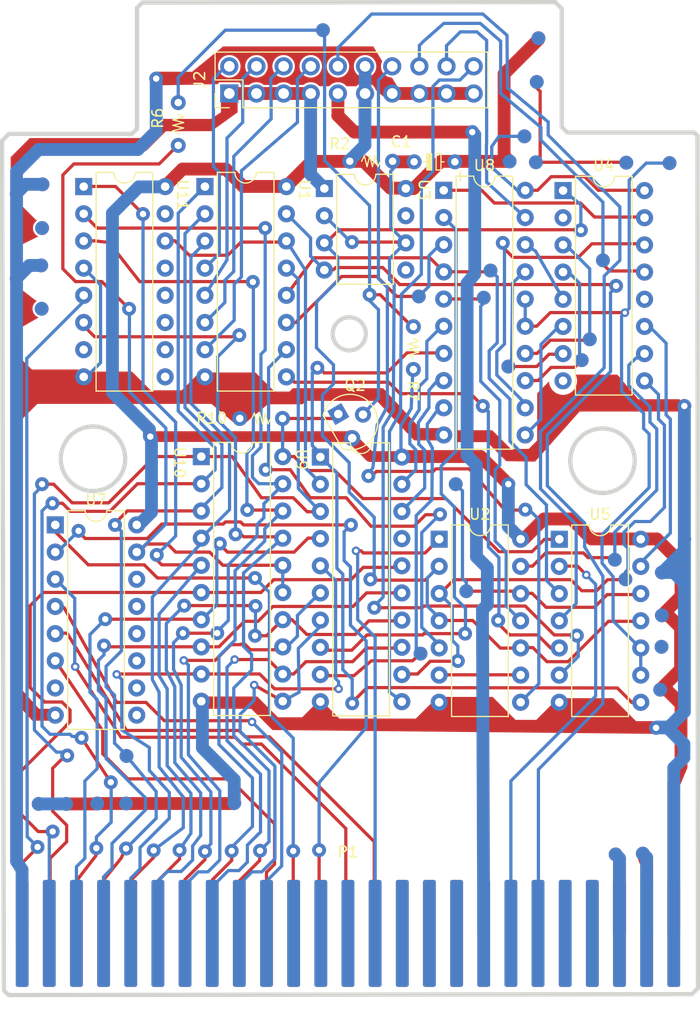
<source format=kicad_pcb>
(kicad_pcb (version 20211014) (generator pcbnew)
  (layers (0 "F.Cu" signal) (31 "B.Cu" signal) (34 "B.Paste" user) (35 "F.Paste" user) (36 "B.SilkS" user "B.Silkscreen") (37 "F.SilkS" user "F.Silkscreen") (38 "B.Mask" user) (39 "F.Mask" user) (44 "Edge.Cuts" user))
  (net 0 "")
  (net 1 "unconnected-(U1-Pad11)")
  (net 2 "unconnected-(U1-Pad12)")
  (net 10 "GND")
  (net 11 "+5V")
  (net 12 "unconnected-(U2-Pad11)")
  (net 13 "unconnected-(U2-Pad12)")
  (net 14 "unconnected-(U2-Pad13)")
  (net 18 "unconnected-(U4-Pad3)")
  (net 19 "unconnected-(U4-Pad4)")
  (net 21 "unconnected-(U4-Pad7)")
  (net 22 "unconnected-(U4-Pad10)")
  (net 25 "unconnected-(U4-Pad13)")
  (net 27 "unconnected-(U5-Pad3)")
  (net 28 "/U9_PIN8")
  (net 30 "unconnected-(U5-Pad13)")
  (net 31 "/U4_PIN14")
  (net 40 "/unconnected-(U8-Pad11)")
  (net 41 "/U10_VCC")
  (net 42 "unconnected-(U9-Pad9)")
  (net 43 "Net-(Q2-Pad2)")
  (net 44 "/U3_TRIGGER")
  (net 46 "unconnected-(U9-Pad18)")
  (net 48 "/U11_PIN14")
  (net 49 "/~{U3_TRIGGER}")
  (net 50 "/U1_LATCH5")
  (net 51 "/P2_IOSEL")
  (net 52 "/P2_A0")
  (net 53 "/P2_A1")
  (net 54 "/P2_A2")
  (net 55 "/P2_A3")
  (net 56 "/P2_A4")
  (net 57 "/P2_A5")
  (net 58 "/P2_A6")
  (net 59 "/P2_A7")
  (net 60 "/P2_A8")
  (net 61 "/P2_A9")
  (net 62 "/P2_A10")
  (net 63 "/P2_A11")
  (net 64 "/P2_A12")
  (net 65 "/P2_A13")
  (net 66 "/P2_A14")
  (net 67 "/P2_A15")
  (net 68 "/P2_R~{W}")
  (net 69 "/P2_EXT8")
  (net 70 "/P2_EXTE")
  (net 71 "/P2_RDY")
  (net 72 "/P2_DMA")
  (net 73 "unconnected-(P1-Pad23)")
  (net 74 "unconnected-(P1-Pad24)")
  (net 75 "unconnected-(P1-Pad27)")
  (net 76 "unconnected-(P1-Pad28)")
  (net 77 "/P2_NMI")
  (net 78 "/P2_IRQ")
  (net 79 "/P2_RESET")
  (net 80 "/P2_EXTM")
  (net 81 "-12V")
  (net 82 "-5V")
  (net 83 "/P2_EXT6")
  (net 84 "/P2_SOUND")
  (net 85 "/P2_2M")
  (net 86 "/P2_PHI1")
  (net 87 "/P2_IODIS")
  (net 88 "/P2_PHI2")
  (net 89 "/P2_EXTC")
  (net 90 "/P2_D7")
  (net 91 "/P2_D6")
  (net 92 "/P2_D5")
  (net 93 "/P2_D4")
  (net 94 "/P2_D3")
  (net 95 "/P2_D2")
  (net 96 "/P2_D1")
  (net 97 "/P2_D0")
  (net 98 "+12V")
  (net 99 "unconnected-(U8-Pad1)")
  (net 100 "/U3_OUT")
  (net 101 "unconnected-(U8-Pad3)")
  (net 103 "unconnected-(U8-Pad5)")
  (net 104 "unconnected-(U8-Pad6)")
  (net 105 "/U4_CLOCK")
  (net 107 "unconnected-(U8-Pad9)")
  (net 109 "Net-(U2-Pad6)")
  (net 110 "unconnected-(U8-Pad13)")
  (net 111 "unconnected-(U8-Pad14)")
  (net 112 "unconnected-(U8-Pad17)")
  (net 113 "unconnected-(U8-Pad18)")
  (net 114 "/U3_OUT2")
  (net 115 "/U10_EN")
  (net 116 "/U8_EN")
  (net 117 "/PHIO1")
  (net 118 "/PHIO2")
  (net 119 "/PHIO3")
  (net 120 "/PHIO4")
  (net 121 "/WR_REQ")
  (net 122 "/~{ENBL1}")
  (net 123 "/WR_DATA")
  (net 124 "/RD_DATA")
  (net 125 "/WPROT")
  (footprint "TK2000_InterfaceDeDrive:R_Axial_DIN0204_L3.6mm_D1.6mm_P4mm_Vertical" (layer "F.Cu") (at 139.7745 51.15 90)
    (fp_text reference "R6")
    (fp_text value "180")
  )
  (footprint "Package_DIP:DIP-14_W7.62mm" (layer "F.Cu") (at 175.42 87.955)
    (fp_text reference "U5")
    (fp_text value "74LS05")
  )
  (footprint "TK2000_InterfaceDeDrive:Conector Edge" (layer "F.Cu") (at 155.65 124.79)
    (fp_text reference "P1")
    (fp_text value "Conector de Expansão")
  )
  (footprint "Package_DIP:DIP-16_W7.62mm" (layer "F.Cu") (at 175.771 55.37)
    (fp_text reference "U4")
    (fp_text value "74LS174")
  )
  (footprint "Package_DIP:DIP-16_W7.62mm" (layer "F.Cu") (at 142.27 55)
    (fp_text reference "U1")
    (fp_text value "74LS259")
  )
  (footprint "Package_DIP:DIP-16_W7.62mm" (layer "F.Cu") (at 128.27 86.615)
    (fp_text reference "U7")
    (fp_text value "74LS138")
  )
  (footprint "Package_DIP:DIP-20_W7.62mm" (layer "F.Cu") (at 141.93 80.235)
    (fp_text reference "U10")
    (fp_text value "N82S135N")
  )
  (footprint "Package_DIP:DIP-8_W7.62mm" (layer "F.Cu") (at 153.44 55.18)
    (fp_text reference "U3")
    (fp_text value "LM555xN")
  )
  (footprint "TK2000_InterfaceDeDrive:R_Axial_DIN0204_L3.6mm_D1.6mm_P4mm_Vertical" (layer "F.Cu") (at 145.53 76.67)
    (fp_text reference "R10")
    (fp_text value "1k" hide)
  )
  (footprint "TK2000_InterfaceDeDrive:R_Axial_DIN0204_L3.6mm_D1.6mm_P4mm_Vertical" (layer "F.Cu") (at 161.77 68.09 -90)
    (fp_text reference "R7")
    (fp_text value "100" hide)
  )
  (footprint "Package_DIP:DIP-16_W7.62mm" (layer "F.Cu") (at 130.93 55)
    (fp_text reference "U11")
    (fp_text value "74LS138")
  )
  (footprint "Package_DIP:DIP-20_W7.62mm" (layer "F.Cu") (at 164.61 55.35)
    (fp_text reference "U8")
    (fp_text value "N82S135N")
  )
  (footprint "Package_DIP:DIP-20_W7.62mm" (layer "F.Cu") (at 153.07 80.275)
    (fp_text reference "U9")
    (fp_text value "74LS323")
  )
  (footprint "TK2000_InterfaceDeDrive:C_Polarized_P5.00mm" (layer "F.Cu") (at 165.6507 52.6844 180)
    (fp_text reference "C1")
    (fp_text value "10uF" hide)
  )
  (footprint "TK2000_InterfaceDeDrive:PinSocket_2x10_P2.54mm_Vertical" (layer "F.Cu") (at 144.55 46.3 90)
    (fp_text reference "J2")
    (fp_text value "CN (DISK DRIVE)")
  )
  (footprint "TK2000_InterfaceDeDrive:TO-92_Wide" (layer "F.Cu") (at 154.563161 74.815296 -60)
    (fp_text reference "Q2")
    (fp_text value "BC557" hide)
  )
  (footprint "Package_DIP:DIP-14_W7.62mm" (layer "F.Cu") (at 164.1823 87.95)
    (fp_text reference "U2")
    (fp_text value "74LS00")
  )
  (footprint "TK2000_InterfaceDeDrive:R_Axial_DIN0204_L3.6mm_D1.6mm_P4mm_Vertical" (layer "F.Cu") (at 159.82 52.63 180)
    (fp_text reference "R2")
    (fp_text value "22k" hide)
  )
  (gr_circle (center 178.2714 69.2738) (end 178.9214 69.2738) (layer "F.Cu") (width 0) (fill solid))
  (gr_circle (center 173.4692 41.1353) (end 174.1192 41.1353) (layer "F.Cu") (width 0) (fill solid))
  (gr_circle (center 183.2323 117.3353) (end 183.8823 117.3353) (layer "F.Cu") (width 0) (fill solid))
  (gr_circle (center 181.6051 91.6972) (end 182.2551 91.6972) (layer "F.Cu") (width 0) (fill solid))
  (gr_circle (center 162.2773 65.2653) (end 162.9273 65.2653) (layer "F.Cu") (width 0) (fill solid))
  (gr_circle (center 170.7704 52.6447) (end 171.4204 52.6447) (layer "F.Cu") (width 0) (fill solid))
  (gr_circle (center 129.297 112.6919) (end 129.947 112.6919) (layer "F.Cu") (width 0) (fill solid))
  (gr_circle (center 170.6514 71.8138) (end 171.3014 71.8138) (layer "F.Cu") (width 0) (fill solid))
  (gr_circle (center 180.6129 89.8716) (end 181.2629 89.8716) (layer "F.Cu") (width 0) (fill solid))
  (gr_circle (center 145.0132 112.6125) (end 145.6632 112.6125) (layer "F.Cu") (width 0) (fill solid))
  (gr_circle (center 134.9326 108.2072) (end 135.5826 108.2072) (layer "F.Cu") (width 0) (fill solid))
  (gr_circle (center 126.9951 66.4163) (end 127.6451 66.4163) (layer "F.Cu") (width 0) (fill solid))
  (gr_circle (center 185.0182 95.0706) (end 185.6682 95.0706) (layer "F.Cu") (width 0) (fill solid))
  (gr_circle (center 185.0182 91.0622) (end 185.6682 91.0622) (layer "F.Cu") (width 0) (fill solid))
  (gr_circle (center 126.7173 112.6919) (end 127.3673 112.6919) (layer "F.Cu") (width 0) (fill solid))
  (gr_circle (center 168.3495 65.3844) (end 168.9995 65.3844) (layer "F.Cu") (width 0) (fill solid))
  (gr_circle (center 177.5173 71.2185) (end 178.1673 71.2185) (layer "F.Cu") (width 0) (fill solid))
  (gr_circle (center 173.3104 45.2231) (end 173.9604 45.2231) (layer "F.Cu") (width 0) (fill solid))
  (gr_circle (center 162.436 98.6425) (end 163.086 98.6425) (layer "F.Cu") (width 0) (fill solid))
  (gr_circle (center 134.8929 112.6522) (end 135.5429 112.6522) (layer "F.Cu") (width 0) (fill solid))
  (gr_circle (center 166.7223 92.8085) (end 167.3723 92.8085) (layer "F.Cu") (width 0) (fill solid))
  (gr_circle (center 184.8595 102.0159) (end 185.5095 102.0159) (layer "F.Cu") (width 0) (fill solid))
  (gr_circle (center 181.6845 52.7638) (end 182.3345 52.7638) (layer "F.Cu") (width 0) (fill solid))
  (gr_circle (center 127.0348 58.8756) (end 127.6848 58.8756) (layer "F.Cu") (width 0) (fill solid))
  (gr_circle (center 132.1942 112.6522) (end 132.8442 112.6522) (layer "F.Cu") (width 0) (fill solid))
  (gr_circle (center 172.1595 50.3031) (end 172.8095 50.3031) (layer "F.Cu") (width 0) (fill solid))
  (gr_circle (center 173.231 52.7241) (end 173.881 52.7241) (layer "F.Cu") (width 0) (fill solid))
  (gr_circle (center 126.9554 62.3681) (end 127.6054 62.3681) (layer "F.Cu") (width 0) (fill solid))
  (gr_circle (center 165.7301 82.8072) (end 166.3801 82.8072) (layer "F.Cu") (width 0) (fill solid))
  (gr_circle (center 127.0745 54.7878) (end 127.7245 54.7878) (layer "F.Cu") (width 0) (fill solid))
  (gr_circle (center 180.6923 117.4147) (end 181.3423 117.4147) (layer "F.Cu") (width 0) (fill solid))
  (gr_circle (center 179.5017 61.8919) (end 180.1517 61.8919) (layer "F.Cu") (width 0) (fill solid))
  (gr_circle (center 185.7326 52.8035) (end 186.3826 52.8035) (layer "F.Cu") (width 0) (fill solid))
  (gr_circle (center 153.3079 40.3813) (end 153.9579 40.3813) (layer "F.Cu") (width 0) (fill solid))
  (gr_circle (center 168.9845 62.8444) (end 169.6345 62.8444) (layer "F.Cu") (width 0) (fill solid))
  (gr_circle (center 184.9785 98.0075) (end 185.6285 98.0075) (layer "F.Cu") (width 0) (fill solid))
  (gr_circle (center 172.1595 50.3031) (end 172.8095 50.3031) (layer "B.Cu") (width 0) (fill solid))
  (gr_circle (center 183.2323 117.3353) (end 183.8823 117.3353) (layer "B.Cu") (width 0) (fill solid))
  (gr_circle (center 126.9554 62.3681) (end 127.6054 62.3681) (layer "B.Cu") (width 0) (fill solid))
  (gr_circle (center 179.5017 61.8919) (end 180.1517 61.8919) (layer "B.Cu") (width 0) (fill solid))
  (gr_circle (center 168.9845 62.8444) (end 169.6345 62.8444) (layer "B.Cu") (width 0) (fill solid))
  (gr_circle (center 127.0348 58.8756) (end 127.6848 58.8756) (layer "B.Cu") (width 0) (fill solid))
  (gr_circle (center 181.6051 91.6972) (end 182.2551 91.6972) (layer "B.Cu") (width 0) (fill solid))
  (gr_circle (center 145.0132 112.6125) (end 145.6632 112.6125) (layer "B.Cu") (width 0) (fill solid))
  (gr_circle (center 173.3104 45.2231) (end 173.9604 45.2231) (layer "B.Cu") (width 0) (fill solid))
  (gr_circle (center 166.7223 92.8085) (end 167.3723 92.8085) (layer "B.Cu") (width 0) (fill solid))
  (gr_circle (center 126.7173 112.6919) (end 127.3673 112.6919) (layer "B.Cu") (width 0) (fill solid))
  (gr_circle (center 184.8595 102.0159) (end 185.5095 102.0159) (layer "B.Cu") (width 0) (fill solid))
  (gr_circle (center 180.6129 89.8716) (end 181.2629 89.8716) (layer "B.Cu") (width 0) (fill solid))
  (gr_circle (center 126.9951 66.4163) (end 127.6451 66.4163) (layer "B.Cu") (width 0) (fill solid))
  (gr_circle (center 177.5173 71.2185) (end 178.1673 71.2185) (layer "B.Cu") (width 0) (fill solid))
  (gr_circle (center 134.8929 112.6522) (end 135.5429 112.6522) (layer "B.Cu") (width 0) (fill solid))
  (gr_circle (center 132.1942 112.6522) (end 132.8442 112.6522) (layer "B.Cu") (width 0) (fill solid))
  (gr_circle (center 184.9785 98.0075) (end 185.6285 98.0075) (layer "B.Cu") (width 0) (fill solid))
  (gr_circle (center 173.231 52.7241) (end 173.881 52.7241) (layer "B.Cu") (width 0) (fill solid))
  (gr_circle (center 153.3079 40.3813) (end 153.9579 40.3813) (layer "B.Cu") (width 0) (fill solid))
  (gr_circle (center 165.7301 82.8072) (end 166.3801 82.8072) (layer "B.Cu") (width 0) (fill solid))
  (gr_circle (center 162.436 98.6425) (end 163.086 98.6425) (layer "B.Cu") (width 0) (fill solid))
  (gr_circle (center 185.7326 52.8035) (end 186.3826 52.8035) (layer "B.Cu") (width 0) (fill solid))
  (gr_circle (center 162.2773 65.2653) (end 162.9273 65.2653) (layer "B.Cu") (width 0) (fill solid))
  (gr_circle (center 185.0182 91.0622) (end 185.6682 91.0622) (layer "B.Cu") (width 0) (fill solid))
  (gr_circle (center 185.0182 95.0706) (end 185.6682 95.0706) (layer "B.Cu") (width 0) (fill solid))
  (gr_circle (center 127.0745 54.7878) (end 127.7245 54.7878) (layer "B.Cu") (width 0) (fill solid))
  (gr_circle (center 178.2714 69.2738) (end 178.9214 69.2738) (layer "B.Cu") (width 0) (fill solid))
  (gr_circle (center 170.7704 52.6447) (end 171.4204 52.6447) (layer "B.Cu") (width 0) (fill solid))
  (gr_circle (center 170.6514 71.8138) (end 171.3014 71.8138) (layer "B.Cu") (width 0) (fill solid))
  (gr_circle (center 168.3495 65.3844) (end 168.9995 65.3844) (layer "B.Cu") (width 0) (fill solid))
  (gr_circle (center 173.4692 41.1353) (end 174.1192 41.1353) (layer "B.Cu") (width 0) (fill solid))
  (gr_circle (center 180.6923 117.4147) (end 181.3423 117.4147) (layer "B.Cu") (width 0) (fill solid))
  (gr_circle (center 134.9326 108.2072) (end 135.5826 108.2072) (layer "B.Cu") (width 0) (fill solid))
  (gr_circle (center 181.6845 52.7638) (end 182.3345 52.7638) (layer "B.Cu") (width 0) (fill solid))
  (gr_circle (center 129.297 112.6919) (end 129.947 112.6919) (layer "B.Cu") (width 0) (fill solid))
  (gr_line (start 188.3875 129.9163) (end 188.3478 50.2635) (layer "Edge.Cuts") (width 0.4))
  (gr_line (start 135.4444 50.065) (end 123.935 50.065) (layer "Edge.Cuts") (width 0.4))
  (gr_circle (center 155.7694 68.7597) (end 157.3194 68.7597) (layer "Edge.Cuts") (width 0.4) (fill none))
  (gr_line (start 123.8953 130.5513) (end 187.8318 130.4719) (layer "Edge.Cuts") (width 0.4))
  (gr_line (start 136.3968 37.8016) (end 135.9206 38.2778) (layer "Edge.Cuts") (width 0.4))
  (gr_line (start 123.935 50.065) (end 123.3 50.7) (layer "Edge.Cuts") (width 0.4))
  (gr_line (start 175.6478 38.3572) (end 175.0525 37.7619) (layer "Edge.Cuts") (width 0.4))
  (gr_line (start 123.3 50.7) (end 123.4587 130.1147) (layer "Edge.Cuts") (width 0.4))
  (gr_line (start 135.9206 38.2778) (end 135.9206 49.5888) (layer "Edge.Cuts") (width 0.4))
  (gr_circle (center 179.4594 80.6197) (end 182.4744 80.6197) (layer "Edge.Cuts") (width 0.4) (fill none))
  (gr_line (start 175.6478 49.43) (end 175.6478 38.3572) (layer "Edge.Cuts") (width 0.4))
  (gr_line (start 175.0525 37.7619) (end 136.3968 37.8016) (layer "Edge.Cuts") (width 0.4))
  (gr_line (start 135.9206 49.5888) (end 135.4444 50.065) (layer "Edge.Cuts") (width 0.4))
  (gr_line (start 123.4587 130.1147) (end 123.8953 130.5513) (layer "Edge.Cuts") (width 0.4))
  (gr_line (start 188.3478 50.2635) (end 188.0303 49.9459) (layer "Edge.Cuts") (width 0.4))
  (gr_line (start 188.0303 49.9459) (end 176.1637 49.9459) (layer "Edge.Cuts") (width 0.4))
  (gr_line (start 187.8318 130.4719) (end 188.3875 129.9163) (layer "Edge.Cuts") (width 0.4))
  (gr_line (start 176.1637 49.9459) (end 175.6478 49.43) (layer "Edge.Cuts") (width 0.4))
  (gr_circle (center 131.7994 80.4297) (end 134.8144 80.4297) (layer "Edge.Cuts") (width 0.4) (fill none))
  (segment (start 173.6279 46.0963) (end 173.6279 52.3272) (width 0.3) (layer "F.Cu") (net 0))
  (segment (start 173.6279 52.3272) (end 173.231 52.7241) (width 0.3) (layer "F.Cu") (net 0))
  (segment (start 173.3104 45.7788) (end 173.6279 46.0963) (width 0.3) (layer "F.Cu") (net 0))
  (segment (start 132.1942 112.6522) (end 134.8929 112.6522) (width 1.2) (layer "F.Cu") (net 0))
  (segment (start 144.9735 112.6522) (end 145.0132 112.6125) (width 1.2) (layer "F.Cu") (net 0))
  (segment (start 181.6448 52.7241) (end 181.6845 52.7638) (width 0.3) (layer "F.Cu") (net 0))
  (segment (start 134.8929 112.6522) (end 144.9735 112.6522) (width 1.2) (layer "F.Cu") (net 0))
  (segment (start 129.297 112.6919) (end 132.1545 112.6919) (width 1.2) (layer "F.Cu") (net 0))
  (segment (start 173.3104 45.2231) (end 173.3104 45.7788) (width 0.3) (layer "F.Cu") (net 0))
  (segment (start 173.231 52.7241) (end 181.6448 52.7241) (width 0.3) (layer "F.Cu") (net 0))
  (segment (start 132.1545 112.6919) (end 132.1942 112.6522) (width 1.2) (layer "F.Cu") (net 0))
  (segment (start 166.7223 91.9792) (end 166.3609 91.6178) (width 0.3) (layer "B.Cu") (net 0))
  (segment (start 166.7223 92.8085) (end 166.7223 91.9792) (width 0.3) (layer "B.Cu") (net 0))
  (segment (start 166.3609 91.6178) (end 166.3609 83.438) (width 0.3) (layer "B.Cu") (net 0))
  (segment (start 166.3609 83.438) (end 165.7301 82.8072) (width 0.3) (layer "B.Cu") (net 0))
  (segment (start 129.297 112.6919) (end 126.7173 112.6919) (width 1.2) (layer "B.Cu") (net 0))
  (segment (start 149.8948 67.6863) (end 150.8473 67.6863) (width 0.3) (layer "F.Cu") (net 1))
  (segment (start 150.8473 67.6863) (end 150.9267 67.6069) (width 0.3) (layer "F.Cu") (net 1))
  (segment (start 158.3482 63.4) (end 160.2135 65.2653) (width 0.3) (layer "F.Cu") (net 1))
  (segment (start 150.9267 67.6069) (end 150.9267 67.5275) (width 0.3) (layer "F.Cu") (net 1))
  (segment (start 160.2135 65.2653) (end 162.2773 65.2653) (width 0.3) (layer "F.Cu") (net 1))
  (segment (start 155.0542 63.4) (end 158.3482 63.4) (width 0.3) (layer "F.Cu") (net 1))
  (segment (start 150.9267 67.5275) (end 155.0542 63.4) (width 0.3) (layer "F.Cu") (net 1))
  (segment (start 149.8948 65.1463) (end 152.4745 61.6538) (width 0.3) (layer "F.Cu") (net 2))
  (segment (start 163.3092 61.6538) (end 164.6188 62.9635) (width 0.3) (layer "F.Cu") (net 2))
  (segment (start 168.8654 62.9635) (end 168.9845 62.8444) (width 0.3) (layer "F.Cu") (net 2))
  (segment (start 164.6188 62.9635) (end 168.8654 62.9635) (width 0.3) (layer "F.Cu") (net 2))
  (segment (start 152.4745 61.6538) (end 163.3092 61.6538) (width 0.3) (layer "F.Cu") (net 2))
  (segment (start 147.09 46.3) (end 144.55 46.3) (width 1.2) (layer "F.Cu") (net 10))
  (segment (start 152.17 46.3) (end 149.63 46.3) (width 1.2) (layer "F.Cu") (net 10))
  (segment (start 149.63 46.3) (end 147.09 46.3) (width 1.2) (layer "F.Cu") (net 10))
  (via (at 184.470205 105.580205) (size 1.3) (drill 0.6) (layers "F.Cu" "B.Cu") (net 10))
  (via (at 187.1175 75.5005) (size 1.3) (drill 0.6) (layers "F.Cu" "B.Cu") (net 10))
  (segment (start 185.6094 105.5878) (end 187.1175 104.0797) (width 1.2) (layer "B.Cu") (net 10))
  (segment (start 185.4903 105.5085) (end 184.542 105.5085) (width 1.2) (layer "B.Cu") (net 10))
  (segment (start 184.470205 105.580205) (end 184.4626 105.5878) (width 1.2) (layer "B.Cu") (net 10))
  (segment (start 184.4626 105.5878) (end 185.6094 105.5878) (width 1.2) (layer "B.Cu") (net 10))
  (segment (start 186.1253 91.0622) (end 187.1175 92.0544) (width 1.2) (layer "B.Cu") (net 10))
  (segment (start 185.0537 91.0622) (end 187.1175 88.9985) (width 1.2) (layer "B.Cu") (net 10))
  (segment (start 152.1569 47.5648) (end 152.1569 53.8749) (width 1.2) (layer "B.Cu") (net 10))
  (segment (start 131.1978 72.7663) (end 132.5075 71.4566) (width 0.3) (layer "B.Cu") (net 10))
  (segment (start 132.5075 71.4566) (end 132.5075 64.1896) (width 0.3) (layer "B.Cu") (net 10))
  (segment (start 132.5075 64.1896) (end 130.9242 62.6063) (width 0.3) (layer "B.Cu") (net 10))
  (segment (start 184.542 105.5085) (end 184.470205 105.580205) (width 1.2) (layer "B.Cu") (net 10))
  (segment (start 152.1569 47.5648) (end 152.17 47.5517) (width 1.2) (layer "B.Cu") (net 10))
  (segment (start 187.1175 88.0063) (end 187.1572 87.9666) (width 1.2) (layer "B.Cu") (net 10))
  (segment (start 145.0132 110.4339) (end 142.0325 107.4531) (width 1.2) (layer "B.Cu") (net 10))
  (segment (start 142.0325 103.2024) (end 141.9176 103.0875) (width 1.2) (layer "B.Cu") (net 10))
  (segment (start 185.0182 91.0622) (end 185.0537 91.0622) (width 1.2) (layer "B.Cu") (net 10))
  (segment (start 186.1299 109.3138) (end 187.0778 108.3659) (width 1.2) (layer "B.Cu") (net 10))
  (segment (start 152.1569 53.8749) (end 153.427 55.145) (width 1.2) (layer "B.Cu") (net 10))
  (segment (start 187.1175 104.0797) (end 187.1175 75.5005) (width 1.2) (layer "B.Cu") (net 10))
  (segment (start 145.0132 112.6125) (end 145.0132 110.4339) (width 1.2) (layer "B.Cu") (net 10))
  (segment (start 187.0778 107.0959) (end 185.4903 105.5085) (width 1.2) (layer "B.Cu") (net 10))
  (segment (start 187.0778 108.3659) (end 187.0778 107.0959) (width 1.2) (layer "B.Cu") (net 10))
  (segment (start 142.0325 107.4531) (end 142.0325 103.2024) (width 1.2) (layer "B.Cu") (net 10))
  (segment (start 187.1175 88.9985) (end 187.1175 88.0063) (width 1.2) (layer "B.Cu") (net 10))
  (segment (start 152.17 47.5517) (end 152.17 46.3) (width 1.2) (layer "B.Cu") (net 10))
  (segment (start 186.1299 124.7968) (end 186.1299 109.3138) (width 1.2) (layer "B.Cu") (net 10))
  (segment (start 185.0182 91.0622) (end 186.1253 91.0622) (width 1.2) (layer "B.Cu") (net 10))
  (segment (start 186.8042 109.1994) (end 186.1295 110.7869) (width 1.2) (layer "F.Cu") (net 11))
  (segment (start 155.7288 52.6447) (end 152.2364 52.6447) (width 1.2) (layer "F.Cu") (net 11))
  (segment (start 157.7132 80.2275) (end 160.6898 80.2275) (width 1) (layer "F.Cu") (net 11))
  (segment (start 177.7951 54.0735) (end 179.0651 55.3435) (width 0.3) (layer "F.Cu") (net 11))
  (segment (start 173.4692 41.2544) (end 170.2545 44.4691) (width 1.2) (layer "F.Cu") (net 11))
  (segment (start 170.2545 52.1288) (end 170.7704 52.6447) (width 1.2) (layer "F.Cu") (net 11))
  (segment (start 164.3353 52.6447) (end 161.8 55.18) (width 1.2) (layer "F.Cu") (net 11))
  (segment (start 173.4692 41.1353) (end 173.4692 41.2544) (width 1.2) (layer "F.Cu") (net 11))
  (segment (start 184.542 87.9269) (end 186.8042 90.1891) (width 1.2) (layer "F.Cu") (net 11))
  (segment (start 172.1198 87.9269) (end 173.9851 86.0616) (width 1.2) (layer "F.Cu") (net 11))
  (segment (start 155.9273 78.3622) (end 155.967 78.4019) (width 1.2) (layer "F.Cu") (net 11))
  (segment (start 179.0651 55.3435) (end 183.391 55.3435) (width 0.3) (layer "F.Cu") (net 11))
  (segment (start 173.3898 55.3435) (end 174.6598 54.0735) (width 0.3) (layer "F.Cu") (net 11))
  (segment (start 155.967 78.4019) (end 155.967 78.4813) (width 1.2) (layer "F.Cu") (net 11))
  (segment (start 149.8948 54.9863) (end 145.8467 54.9863) (width 1.2) (layer "F.Cu") (net 11))
  (segment (start 161.8 55.18) (end 161.06 55.18) (width 1.2) (layer "F.Cu") (net 11))
  (segment (start 160.6898 80.2275) (end 168.0717 80.2275) (width 1.2) (layer "F.Cu") (net 11))
  (segment (start 152.2364 52.6447) (end 149.8948 54.9863) (width 1.2) (layer "F.Cu") (net 11))
  (segment (start 185.6135 95.0706) (end 186.7645 96.2216) (width 1.2) (layer "F.Cu") (net 11))
  (segment (start 157.1179 52.6447) (end 155.7288 52.6447) (width 1.2) (layer "F.Cu") (net 11))
  (segment (start 170.2545 44.4691) (end 170.2545 52.1288) (width 1.2) (layer "F.Cu") (net 11))
  (segment (start 176.5648 86.0616) (end 178.4301 87.9269) (width 1.2) (layer "F.Cu") (net 11))
  (segment (start 172.2388 55.3435) (end 173.3898 55.3435) (width 0.3) (layer "F.Cu") (net 11))
  (segment (start 170.7704 52.6447) (end 164.3353 52.6447) (width 1.2) (layer "F.Cu") (net 11))
  (segment (start 173.9851 86.0616) (end 176.5648 86.0616) (width 1.2) (layer "F.Cu") (net 11))
  (segment (start 144.2195 53.3591) (end 140.1714 53.3591) (width 1.2) (layer "F.Cu") (net 11))
  (segment (start 145.8467 54.9863) (end 144.2195 53.3591) (width 1.2) (layer "F.Cu") (net 11))
  (segment (start 186.8042 90.1891) (end 186.8042 93.2847) (width 1.2) (layer "F.Cu") (net 11))
  (segment (start 155.967 78.4813) (end 157.7132 80.2275) (width 1) (layer "F.Cu") (net 11))
  (segment (start 183.0338 87.9269) (end 184.542 87.9269) (width 1.2) (layer "F.Cu") (net 11))
  (segment (start 140.1714 53.3591) (end 138.5442 54.9863) (width 1.2) (layer "F.Cu") (net 11))
  (segment (start 185.4548 102.0159) (end 186.8042 103.3653) (width 1.2) (layer "F.Cu") (net 11))
  (segment (start 186.7645 100.1109) (end 184.8595 102.0159) (width 1.2) (layer "F.Cu") (net 11))
  (segment (start 174.6598 54.0735) (end 177.7951 54.0735) (width 0.3) (layer "F.Cu") (net 11))
  (segment (start 186.7645 96.2216) (end 186.7645 100.1109) (width 1.2) (layer "F.Cu") (net 11))
  (segment (start 186.8042 93.2847) (end 185.0182 95.0706) (width 1.2) (layer "F.Cu") (net 11))
  (segment (start 186.1295 110.7869) (end 186.1299 124.7968) (width 1.2) (layer "F.Cu") (net 11))
  (segment (start 159.6182 55.145) (end 157.1179 52.6447) (width 1.2) (layer "F.Cu") (net 11))
  (segment (start 171.8023 87.9269) (end 172.1198 87.9269) (width 1.2) (layer "F.Cu") (net 11))
  (segment (start 186.8042 103.3653) (end 186.8042 109.1994) (width 1.2) (layer "F.Cu") (net 11))
  (segment (start 161.047 55.145) (end 159.6182 55.145) (width 1.2) (layer "F.Cu") (net 11))
  (segment (start 184.8595 102.0159) (end 185.4548 102.0159) (width 1.2) (layer "F.Cu") (net 11))
  (segment (start 137.1578 78.3622) (end 155.9273 78.3622) (width 1) (layer "F.Cu") (net 11))
  (segment (start 178.4301 87.9269) (end 183.0338 87.9269) (width 1.2) (layer "F.Cu") (net 11))
  (segment (start 185.0182 95.0706) (end 185.6135 95.0706) (width 1.2) (layer "F.Cu") (net 11))
  (segment (start 168.0717 80.2275) (end 170.6514 82.8072) (width 1.2) (layer "F.Cu") (net 11))
  (via (at 170.6514 82.8072) (size 1.3) (drill 0.6) (layers "F.Cu" "B.Cu") (net 11))
  (via (at 137.1578 78.3622) (size 1.3) (drill 0.6) (layers "F.Cu" "B.Cu") (net 11))
  (segment (start 133.6187 74.2347) (end 133.6187 57.4866) (width 1.2) (layer "B.Cu") (net 11))
  (segment (start 137.0757 77.6917) (end 133.6187 74.2347) (width 1.2) (layer "B.Cu") (net 11))
  (segment (start 133.6187 57.4866) (end 136.0794 55.0259) (width 1.2) (layer "B.Cu") (net 11))
  (segment (start 169.774 50.3031) (end 172.1595 50.3031) (width 0.3) (layer "B.Cu") (net 11))
  (segment (start 170.6514 82.8072) (end 170.6514 86.7759) (width 1.2) (layer "B.Cu") (net 11))
  (segment (start 157.2369 47.5648) (end 157.25 47.5517) (width 1.2) (layer "B.Cu") (net 11))
  (segment (start 157.2369 47.5648) (end 157.2369 51.1366) (width 1.2) (layer "B.Cu") (net 11))
  (segment (start 172.2388 55.3435) (end 171.4806 55.3435) (width 0.3) (layer "B.Cu") (net 11))
  (segment (start 160.6062 79.3147) (end 160.6898 80.2275) (width 0.3) (layer "B.Cu") (net 11))
  (segment (start 171.3218 55.1847) (end 169.0994 53.2003) (width 0.3) (layer "B.Cu") (net 11))
  (segment (start 161.5629 75.7386) (end 160.6062 77.3303) (width 0.3) (layer "B.Cu") (net 11))
  (segment (start 169.0994 51.2556) (end 169.774 50.3031) (width 0.3) (layer "B.Cu") (net 11))
  (segment (start 137.27 85.4266) (end 137.27 78.5565) (width 1.2) (layer "B.Cu") (net 11))
  (segment (start 136.119 86.5775) (end 137.27 85.4266) (width 1.2) (layer "B.Cu") (net 11))
  (segment (start 136.0794 55.0259) (end 138.5045 55.0259) (width 1.2) (layer "B.Cu") (net 11))
  (segment (start 135.8851 86.5775) (end 136.119 86.5775) (width 1.2) (layer "B.Cu") (net 11))
  (segment (start 171.4806 55.3435) (end 171.3218 55.1847) (width 0.3) (layer "B.Cu") (net 11))
  (segment (start 137.0757 78.3622) (end 137.0757 77.6917) (width 1.2) (layer "B.Cu") (net 11))
  (segment (start 170.6514 86.7759) (end 171.8023 87.9269) (width 1.2) (layer "B.Cu") (net 11))
  (segment (start 160.6062 77.3303) (end 160.6062 79.3147) (width 0.3) (layer "B.Cu") (net 11))
  (segment (start 169.0994 53.2003) (end 169.0994 51.2556) (width 0.3) (layer "B.Cu") (net 11))
  (segment (start 157.25 46.3) (end 157.25 43.76) (width 1.2) (layer "B.Cu") (net 11))
  (segment (start 157.25 47.5517) (end 157.25 46.3) (width 1.2) (layer "B.Cu") (net 11))
  (segment (start 161.7217 72.1313) (end 161.5629 75.7386) (width 0.3) (layer "B.Cu") (net 11))
  (segment (start 157.2369 51.1366) (end 155.7288 52.6447) (width 1.2) (layer "B.Cu") (net 11))
  (segment (start 169.4168 88.1253) (end 170.4487 89.1572) (width 0.3) (layer "B.Cu") (net 12))
  (segment (start 170.4487 94.1933) (end 171.8023 95.5469) (width 0.3) (layer "B.Cu") (net 12))
  (segment (start 168.3495 65.8961) (end 168.0675 66.1781) (width 0.3) (layer "B.Cu") (net 12))
  (segment (start 169.8534 81.0213) (end 169.4168 81.4578) (width 0.3) (layer "B.Cu") (net 12))
  (segment (start 168.3495 65.3844) (end 168.3495 65.8961) (width 0.3) (layer "B.Cu") (net 12))
  (segment (start 168.0675 66.1781) (end 168.0675 73.2028) (width 0.3) (layer "B.Cu") (net 12))
  (segment (start 169.4168 81.4578) (end 169.4168 88.1253) (width 0.3) (layer "B.Cu") (net 12))
  (segment (start 169.8534 74.9888) (end 169.8534 81.0213) (width 0.3) (layer "B.Cu") (net 12))
  (segment (start 170.4487 89.1572) (end 170.4487 94.1933) (width 0.3) (layer "B.Cu") (net 12))
  (segment (start 168.0675 73.2028) (end 169.8534 74.9888) (width 0.3) (layer "B.Cu") (net 12))
  (segment (start 166.7223 92.8085) (end 171.6038 92.8085) (width 0.3) (layer "F.Cu") (net 13))
  (segment (start 179.8985 93.1259) (end 182.9148 93.1259) (width 0.3) (layer "F.Cu") (net 13))
  (segment (start 178.7079 94.3166) (end 179.8985 93.1259) (width 0.3) (layer "F.Cu") (net 13))
  (segment (start 171.8023 93.0069) (end 172.8738 93.0069) (width 0.3) (layer "F.Cu") (net 13))
  (segment (start 171.6038 92.8085) (end 171.8023 93.0069) (width 0.3) (layer "F.Cu") (net 13))
  (segment (start 182.9148 93.1259) (end 183.0338 93.0069) (width 0.3) (layer "F.Cu") (net 13))
  (segment (start 172.8738 93.0069) (end 174.1835 94.3166) (width 0.3) (layer "F.Cu") (net 13))
  (segment (start 174.1835 94.3166) (end 178.7079 94.3166) (width 0.3) (layer "F.Cu") (net 13))
  (segment (start 172.9135 90.4669) (end 174.1438 89.2366) (width 0.3) (layer "F.Cu") (net 14))
  (segment (start 174.1438 89.2366) (end 177.676 89.2366) (width 0.3) (layer "F.Cu") (net 14))
  (segment (start 177.676 89.2366) (end 178.1126 89.6731) (width 0.3) (layer "F.Cu") (net 14))
  (segment (start 171.8023 90.4669) (end 172.9135 90.4669) (width 0.3) (layer "F.Cu") (net 14))
  (segment (start 178.1126 89.6731) (end 180.4145 89.6731) (width 0.3) (layer "F.Cu") (net 14))
  (segment (start 180.4145 89.6731) (end 180.6129 89.8716) (width 0.3) (layer "F.Cu") (net 14))
  (segment (start 178.2672 62.6856) (end 178.2672 69.2696) (width 0.3) (layer "B.Cu") (net 18))
  (segment (start 175.771 60.4235) (end 176.005 60.4235) (width 0.3) (layer "B.Cu") (net 18))
  (segment (start 176.005 60.4235) (end 178.2672 62.6856) (width 0.3) (layer "B.Cu") (net 18))
  (segment (start 178.2672 69.2696) (end 178.2714 69.2738) (width 0.3) (layer "B.Cu") (net 18))
  (segment (start 176.2431 62.9635) (end 177.3147 64.035) (width 0.3) (layer "B.Cu") (net 19))
  (segment (start 177.3147 71.0158) (end 177.5173 71.2185) (width 0.3) (layer "B.Cu") (net 19))
  (segment (start 177.3147 64.035) (end 177.3147 71.0158) (width 0.3) (layer "B.Cu") (net 19))
  (segment (start 175.771 62.9635) (end 176.2431 62.9635) (width 0.3) (layer "B.Cu") (net 19))
  (segment (start 174.4614 70.6628) (end 175.6917 70.6628) (width 0.3) (layer "F.Cu") (net 21))
  (segment (start 175.6917 70.6628) (end 175.771 70.5835) (width 0.3) (layer "F.Cu") (net 21))
  (segment (start 170.6514 71.8138) (end 173.3104 71.8138) (width 0.3) (layer "F.Cu") (net 21))
  (segment (start 173.3104 71.8138) (end 174.4614 70.6628) (width 0.3) (layer "F.Cu") (net 21))
  (segment (start 180.6129 87.2877) (end 184.5378 83.3628) (width 0.3) (layer "B.Cu") (net 22))
  (segment (start 184.5378 77.6478) (end 183.9028 77.0128) (width 0.3) (layer "B.Cu") (net 22))
  (segment (start 182.5931 71.02) (end 182.9545 71.02) (width 0.3) (layer "B.Cu") (net 22))
  (segment (start 181.9184 71.6947) (end 182.5931 71.02) (width 0.3) (layer "B.Cu") (net 22))
  (segment (start 182.9545 71.02) (end 183.391 70.5835) (width 0.3) (layer "B.Cu") (net 22))
  (segment (start 184.5378 83.3628) (end 184.5378 77.6478) (width 0.3) (layer "B.Cu") (net 22))
  (segment (start 180.6129 89.8716) (end 180.6129 87.2877) (width 0.3) (layer "B.Cu") (net 22))
  (segment (start 183.9028 75.5841) (end 181.9184 73.5997) (width 0.3) (layer "B.Cu") (net 22))
  (segment (start 183.9028 77.0128) (end 183.9028 75.5841) (width 0.3) (layer "B.Cu") (net 22))
  (segment (start 181.9184 73.5997) (end 181.9184 71.6947) (width 0.3) (layer "B.Cu") (net 22))
  (segment (start 179.5017 61.8919) (end 179.5017 62.2491) (width 0.3) (layer "F.Cu") (net 25))
  (segment (start 180.1367 62.8841) (end 183.3117 62.8841) (width 0.3) (layer "F.Cu") (net 25))
  (segment (start 183.3117 62.8841) (end 183.391 62.9635) (width 0.3) (layer "F.Cu") (net 25))
  (segment (start 179.5017 62.2491) (end 180.1367 62.8841) (width 0.3) (layer "F.Cu") (net 25))
  (segment (start 169.6153 69.5913) (end 168.8612 70.3453) (width 0.3) (layer "B.Cu") (net 27))
  (segment (start 169.02 62.8444) (end 169.6153 63.4397) (width 0.3) (layer "B.Cu") (net 27))
  (segment (start 172.314 82.8469) (end 174.219 84.7519) (width 0.3) (layer "B.Cu") (net 27))
  (segment (start 168.9845 62.8444) (end 169.02 62.8444) (width 0.3) (layer "B.Cu") (net 27))
  (segment (start 168.8612 70.3453) (end 168.8612 72.925) (width 0.3) (layer "B.Cu") (net 27))
  (segment (start 168.8612 72.925) (end 170.8059 74.8697) (width 0.3) (layer "B.Cu") (net 27))
  (segment (start 172.314 80.3069) (end 172.314 82.8469) (width 0.3) (layer "B.Cu") (net 27))
  (segment (start 170.8059 74.8697) (end 170.8059 78.7988) (width 0.3) (layer "B.Cu") (net 27))
  (segment (start 174.219 91.8121) (end 175.4138 93.0069) (width 0.3) (layer "B.Cu") (net 27))
  (segment (start 174.219 84.7519) (end 174.219 91.8121) (width 0.3) (layer "B.Cu") (net 27))
  (segment (start 170.8059 78.7988) (end 172.314 80.3069) (width 0.3) (layer "B.Cu") (net 27))
  (segment (start 169.6153 63.4397) (end 169.6153 69.5913) (width 0.3) (layer "B.Cu") (net 27))
  (segment (start 153.7842 98.325) (end 156.0067 98.325) (width 0.3) (layer "F.Cu") (net 28))
  (segment (start 162.6345 96.8963) (end 162.7535 96.7772) (width 0.3) (layer "F.Cu") (net 28))
  (segment (start 162.7535 96.7772) (end 166.6032 96.7772) (width 0.3) (layer "F.Cu") (net 28))
  (segment (start 153.4667 98.0075) (end 153.7842 98.325) (width 0.3) (layer "F.Cu") (net 28))
  (segment (start 153.0698 98.0075) (end 153.4667 98.0075) (width 0.3) (layer "F.Cu") (net 28))
  (segment (start 166.6032 96.7772) (end 166.6052 96.7752) (width 0.3) (layer "F.Cu") (net 28))
  (segment (start 157.4354 96.8963) (end 162.6345 96.8963) (width 0.3) (layer "F.Cu") (net 28))
  (segment (start 156.0067 98.325) (end 157.4354 96.8963) (width 0.3) (layer "F.Cu") (net 28))
  (via (at 166.6052 96.7752) (size 1.3) (drill 0.6) (layers "F.Cu" "B.Cu") (net 28))
  (segment (start 166.6429 94.4001) (end 165.6068 93.3641) (width 0.3) (layer "B.Cu") (net 28))
  (segment (start 165.76 79.7504) (end 165.76 58.9896) (width 0.3) (layer "B.Cu") (net 28))
  (segment (start 164.3765 83.72) (end 164.3765 81.1006) (width 0.3) (layer "B.Cu") (net 28))
  (segment (start 165.6068 84.9503) (end 164.3765 83.72) (width 0.3) (layer "B.Cu") (net 28))
  (segment (start 165.6068 93.3641) (end 165.6068 84.9503) (width 0.3) (layer "B.Cu") (net 28))
  (segment (start 164.3765 81.1006) (end 165.7259 79.7513) (width 0.3) (layer "B.Cu") (net 28))
  (segment (start 166.6429 96.7375) (end 166.6429 94.4001) (width 0.3) (layer "B.Cu") (net 28))
  (segment (start 165.7259 58.9905) (end 164.6188 57.8835) (width 0.3) (layer "B.Cu") (net 28))
  (segment (start 185.8078 87.3713) (end 185.8078 76.735) (width 0.3) (layer "B.Cu") (net 30))
  (segment (start 185.4109 69.6309) (end 184.0615 68.2816) (width 0.3) (layer "B.Cu") (net 30))
  (segment (start 185.8078 76.735) (end 185.4109 76.3381) (width 0.3) (layer "B.Cu") (net 30))
  (segment (start 184.0615 68.2816) (end 183.6292 68.2816) (width 0.3) (layer "B.Cu") (net 30))
  (segment (start 185.4109 76.3381) (end 185.4109 69.6309) (width 0.3) (layer "B.Cu") (net 30))
  (segment (start 183.6292 68.2816) (end 183.391 68.0435) (width 0.3) (layer "B.Cu") (net 30))
  (segment (start 183.0338 90.1452) (end 185.8078 87.3713) (width 0.3) (layer "B.Cu") (net 30))
  (segment (start 183.0338 90.4669) (end 183.0338 90.1452) (width 0.3) (layer "B.Cu") (net 30))
  (segment (start 170.1354 60.6616) (end 171.0879 61.6141) (width 0.3) (layer "F.Cu") (net 31))
  (segment (start 177.1998 61.6141) (end 178.4698 60.3441) (width 0.3) (layer "F.Cu") (net 31))
  (segment (start 170.1354 60.2647) (end 170.1354 60.6616) (width 0.3) (layer "F.Cu") (net 31))
  (segment (start 171.0879 61.6141) (end 177.1998 61.6141) (width 0.3) (layer "F.Cu") (net 31))
  (segment (start 183.3117 60.3441) (end 183.391 60.4235) (width 0.3) (layer "F.Cu") (net 31))
  (segment (start 178.4698 60.3441) (end 183.3117 60.3441) (width 0.3) (layer "F.Cu") (net 31))
  (via (at 170.1354 60.2647) (size 1.3) (drill 0.6) (layers "F.Cu" "B.Cu") (net 31))
  (segment (start 170.29 60.4193) (end 170.1354 60.2647) (width 0.3) (layer "B.Cu") (net 31))
  (segment (start 172.2388 75.2708) (end 169.5756 72.6075) (width 0.3) (layer "B.Cu") (net 31))
  (segment (start 169.5756 72.6075) (end 169.5756 70.4247) (width 0.3) (layer "B.Cu") (net 31))
  (segment (start 172.2388 75.6635) (end 172.2388 75.2708) (width 0.3) (layer "B.Cu") (net 31))
  (segment (start 169.5756 70.4247) (end 170.29 69.7103) (width 0.3) (layer "B.Cu") (net 31))
  (segment (start 170.29 69.7103) (end 170.29 60.4193) (width 0.3) (layer "B.Cu") (net 31))
  (segment (start 175.4097 68.0435) (end 173.7031 69.75) (width 0.3) (layer "B.Cu") (net 40))
  (segment (start 173.7031 76.7392) (end 172.2388 78.2035) (width 0.3) (layer "B.Cu") (net 40))
  (segment (start 175.771 68.0435) (end 175.4097 68.0435) (width 0.3) (layer "B.Cu") (net 40))
  (segment (start 173.7031 69.75) (end 173.7031 76.7392) (width 0.3) (layer "B.Cu") (net 40))
  (segment (start 149.53 76.67) (end 154.333957 76.67) (width 0.3) (layer "F.Cu") (net 41))
  (segment (start 169.7782 89.1175) (end 172.8738 89.1175) (width 0.3) (layer "F.Cu") (net 41))
  (segment (start 151.9188 81.5372) (end 154.4192 81.5372) (width 0.3) (layer "F.Cu") (net 41))
  (segment (start 150.6092 80.2275) (end 151.9188 81.5372) (width 0.3) (layer "F.Cu") (net 41))
  (segment (start 149.5376 80.2275) (end 150.6092 80.2275) (width 0.3) (layer "F.Cu") (net 41))
  (segment (start 154.333957 76.67) (end 154.748187 76.25577) (width 0.3) (layer "F.Cu") (net 41))
  (segment (start 164.8173 84.1566) (end 169.7782 89.1175) (width 0.3) (layer "F.Cu") (net 41))
  (segment (start 174.0248 87.9666) (end 175.3742 87.9666) (width 0.3) (layer "F.Cu") (net 41))
  (segment (start 157.0385 84.1566) (end 164.8173 84.1566) (width 0.3) (layer "F.Cu") (net 41))
  (segment (start 172.8738 89.1175) (end 174.0248 87.9666) (width 0.3) (layer "F.Cu") (net 41))
  (segment (start 154.4192 81.5372) (end 157.0385 84.1566) (width 0.3) (layer "F.Cu") (net 41))
  (segment (start 149.5376 76.6556) (end 149.5376 80.2275) (width 0.3) (layer "B.Cu") (net 41))
  (segment (start 153.0698 100.5475) (end 153.7048 100.5475) (width 0.3) (layer "F.Cu") (net 42))
  (segment (start 153.7048 100.5475) (end 153.8635 100.7063) (width 0.3) (layer "F.Cu") (net 42))
  (segment (start 161.682 99.3172) (end 162.436 98.6425) (width 0.3) (layer "F.Cu") (net 42))
  (segment (start 156.2051 100.7063) (end 157.8323 99.3172) (width 0.3) (layer "F.Cu") (net 42))
  (segment (start 153.8635 100.7063) (end 156.2051 100.7063) (width 0.3) (layer "F.Cu") (net 42))
  (segment (start 157.8323 99.3172) (end 161.682 99.3172) (width 0.3) (layer "F.Cu") (net 42))
  (segment (start 157.6735 65.1066) (end 158.6657 65.1066) (width 0.3) (layer "F.Cu") (net 43))
  (segment (start 158.6657 65.1066) (end 161.6423 68.0831) (width 0.3) (layer "F.Cu") (net 43))
  (via (at 157.6735 65.1066) (size 1.3) (drill 0.6) (layers "F.Cu" "B.Cu") (net 43))
  (segment (start 153.3079 40.3813) (end 144.1756 40.3813) (width 0.3) (layer "B.Cu") (net 43))
  (segment (start 153.4625 52.5653) (end 153.4625 40.5358) (width 0.3) (layer "B.Cu") (net 43))
  (segment (start 157.6735 65.6664) (end 158.5028 66.4956) (width 0.3) (layer "B.Cu") (net 43))
  (segment (start 144.1756 40.3813) (end 139.7703 44.7866) (width 0.3) (layer "B.Cu") (net 43))
  (segment (start 157.6735 65.1066) (end 157.6735 65.6664) (width 0.3) (layer "B.Cu") (net 43))
  (segment (start 153.4625 40.5358) (end 153.3079 40.3813) (width 0.3) (layer "B.Cu") (net 43))
  (segment (start 158.5028 66.4956) (end 158.5028 74.7945) (width 0.3) (layer "B.Cu") (net 43))
  (segment (start 139.7703 44.7866) (end 139.7703 47.243) (width 0.3) (layer "B.Cu") (net 43))
  (segment (start 157.6735 56.7764) (end 153.4625 52.5653) (width 0.3) (layer "B.Cu") (net 43))
  (segment (start 158.5028 74.7945) (end 157.1576 76.1397) (width 0.3) (layer "B.Cu") (net 43))
  (segment (start 157.6735 65.1066) (end 157.6735 56.7764) (width 0.3) (layer "B.Cu") (net 43))
  (segment (start 139.7703 47.243) (end 139.7745 47.2472) (width 0.3) (layer "B.Cu") (net 43))
  (segment (start 174.9376 96.8963) (end 177.0014 96.8963) (width 0.3) (layer "F.Cu") (net 44))
  (segment (start 161.8407 52.6844) (end 159.8744 52.6844) (width 1.2) (layer "F.Cu") (net 44))
  (segment (start 159.8744 52.6844) (end 159.82 52.63) (width 0.3) (layer "F.Cu") (net 44))
  (segment (start 158.1101 94.3563) (end 162.5948 94.3563) (width 0.3) (layer "F.Cu") (net 44))
  (segment (start 162.7535 94.1975) (end 172.2388 94.1975) (width 0.3) (layer "F.Cu") (net 44))
  (segment (start 156.0247 60.1853) (end 161.0073 60.1853) (width 0.3) (layer "F.Cu") (net 44))
  (segment (start 177.0014 96.8963) (end 177.041 96.9359) (width 0.3) (layer "F.Cu") (net 44))
  (segment (start 172.2388 94.1975) (end 174.9376 96.8963) (width 0.3) (layer "F.Cu") (net 44))
  (segment (start 161.0073 60.1853) (end 161.047 60.225) (width 0.3) (layer "F.Cu") (net 44))
  (segment (start 155.7288 60.1853) (end 156.0247 60.1853) (width 0.3) (layer "F.Cu") (net 44))
  (segment (start 162.5948 94.3563) (end 162.7535 94.1975) (width 0.3) (layer "F.Cu") (net 44))
  (via (at 156.0247 60.1853) (size 1.3) (drill 0.6) (layers "F.Cu" "B.Cu") (net 44))
  (via (at 177.06255 96.95745) (size 1.3) (drill 0.6) (layers "F.Cu" "B.Cu") (net 44))
  (via (at 158.1101 94.3563) (size 1.3) (drill 0.6) (layers "F.Cu" "B.Cu") (net 44))
  (segment (start 175.489 100.6269) (end 177.1956 98.9203) (width 0.3) (layer "B.Cu") (net 44))
  (segment (start 159.6537 53.5575) (end 159.6537 58.8318) (width 0.3) (layer "B.Cu") (net 44))
  (segment (start 159.9754 52.6447) (end 159.9754 53.2358) (width 0.3) (layer "B.Cu") (net 44))
  (segment (start 159.9712 64.1144) (end 159.5347 63.6778) (width 0.3) (layer "B.Cu") (net 44))
  (segment (start 177.1956 97.0905) (end 177.06255 96.95745) (width 0.3) (layer "B.Cu") (net 44))
  (segment (start 159.6537 58.8318) (end 161.047 60.225) (width 0.3) (layer "B.Cu") (net 44))
  (segment (start 175.4138 100.6269) (end 175.489 100.6269) (width 0.3) (layer "B.Cu") (net 44))
  (segment (start 159.9754 53.2358) (end 159.6537 53.5575) (width 0.3) (layer "B.Cu") (net 44))
  (segment (start 155.7288 59.9869) (end 153.427 57.685) (width 0.3) (layer "B.Cu") (net 44))
  (segment (start 158.1101 94.3563) (end 158.1101 94.1933) (width 0.3) (layer "B.Cu") (net 44))
  (segment (start 155.7288 60.1853) (end 155.7288 59.9869) (width 0.3) (layer "B.Cu") (net 44))
  (segment (start 158.9394 77.4891) (end 159.8918 75.9016) (width 0.3) (layer "B.Cu") (net 44))
  (segment (start 177.06255 96.95745) (end 177.041 96.9359) (width 0.3) (layer "B.Cu") (net 44))
  (segment (start 159.5347 63.6778) (end 159.5347 61.7373) (width 0.3) (layer "B.Cu") (net 44))
  (segment (start 159.8918 75.9016) (end 159.9712 64.1144) (width 0.3) (layer "B.Cu") (net 44))
  (segment (start 159.5347 61.7373) (end 161.047 60.225) (width 0.3) (layer "B.Cu") (net 44))
  (segment (start 177.1956 98.9203) (end 177.1956 97.0905) (width 0.3) (layer "B.Cu") (net 44))
  (segment (start 158.1101 94.1933) (end 158.9394 93.3641) (width 0.3) (layer "B.Cu") (net 44))
  (segment (start 158.9394 93.3641) (end 158.9394 77.4891) (width 0.3) (layer "B.Cu") (net 44))
  (segment (start 162.8287 83.1686) (end 160.6898 85.3075) (width 0.3) (layer "B.Cu") (net 46))
  (segment (start 162.2334 77.0525) (end 162.2731 79.0766) (width 0.3) (layer "B.Cu") (net 46))
  (segment (start 163.2256 75.6635) (end 162.2334 77.0525) (width 0.3) (layer "B.Cu") (net 46))
  (segment (start 164.0194 73.1235) (end 163.2256 74.0363) (width 0.3) (layer "B.Cu") (net 46))
  (segment (start 163.2256 74.0363) (end 163.2256 75.6635) (width 0.3) (layer "B.Cu") (net 46))
  (segment (start 162.2731 79.0766) (end 162.8287 79.6322) (width 0.3) (layer "B.Cu") (net 46))
  (segment (start 164.6188 73.1235) (end 164.0194 73.1235) (width 0.3) (layer "B.Cu") (net 46))
  (segment (start 162.8287 79.6322) (end 162.8287 83.1686) (width 0.3) (layer "B.Cu") (net 46))
  (segment (start 140.8064 61.4156) (end 144.4179 61.4156) (width 0.3) (layer "F.Cu") (net 48))
  (segment (start 139.457 60.0663) (end 140.8064 61.4156) (width 0.3) (layer "F.Cu") (net 48))
  (segment (start 144.4179 61.4156) (end 145.6482 60.1853) (width 0.3) (layer "F.Cu") (net 48))
  (segment (start 138.5442 60.0663) (end 139.457 60.0663) (width 0.3) (layer "F.Cu") (net 48))
  (segment (start 145.6482 60.1853) (end 149.7757 60.1853) (width 0.3) (layer "F.Cu") (net 48))
  (segment (start 151.6765 81.2991) (end 151.6765 62.8402) (width 0.3) (layer "B.Cu") (net 48))
  (segment (start 153.0698 82.7675) (end 153.0698 82.6923) (width 0.3) (layer "B.Cu") (net 48))
  (segment (start 153.0698 82.6923) (end 151.6765 81.2991) (width 0.3) (layer "B.Cu") (net 48))
  (segment (start 151.6765 62.8402) (end 149.8948 60.0663) (width 0.3) (layer "B.Cu") (net 48))
  (segment (start 170.7704 96.8963) (end 173.3898 96.8963) (width 0.3) (layer "F.Cu") (net 49))
  (segment (start 167.1192 74.3538) (end 168.2677 75.5023) (width 0.3) (layer "F.Cu") (net 49))
  (segment (start 159.4595 73.2822) (end 160.531 74.3538) (width 0.3) (layer "F.Cu") (net 49))
  (segment (start 175.3742 98.1266) (end 175.4138 98.0869) (width 0.3) (layer "F.Cu") (net 49))
  (segment (start 169.6988 95.5469) (end 169.6988 95.8247) (width 0.3) (layer "F.Cu") (net 49))
  (segment (start 174.6201 98.1266) (end 175.3742 98.1266) (width 0.3) (layer "F.Cu") (net 49))
  (segment (start 160.531 74.3538) (end 167.1192 74.3538) (width 0.3) (layer "F.Cu") (net 49))
  (segment (start 169.6988 95.8247) (end 170.7704 96.8963) (width 0.3) (layer "F.Cu") (net 49))
  (segment (start 168.2677 75.5023) (end 168.2701 75.5047) (width 0.3) (layer "F.Cu") (net 49))
  (segment (start 150.1329 72.7663) (end 150.6488 73.2822) (width 0.3) (layer "F.Cu") (net 49))
  (segment (start 173.3898 96.8963) (end 174.6201 98.1266) (width 0.3) (layer "F.Cu") (net 49))
  (segment (start 150.6488 73.2822) (end 159.4595 73.2822) (width 0.3) (layer "F.Cu") (net 49))
  (via (at 169.6988 95.5469) (size 1.3) (drill 0.6) (layers "F.Cu" "B.Cu") (net 49))
  (via (at 168.2677 75.5023) (size 1.3) (drill 0.6) (layers "F.Cu" "B.Cu") (net 49))
  (segment (start 169.6988 94.9474) (end 169.774 94.8722) (width 0.3) (layer "B.Cu") (net 49))
  (segment (start 169.6988 95.5469) (end 169.6988 94.9474) (width 0.3) (layer "B.Cu") (net 49))
  (segment (start 169.774 94.8722) (end 169.774 89.6731) (width 0.3) (layer "B.Cu") (net 49))
  (segment (start 168.7818 88.6809) (end 168.7818 76.0165) (width 0.3) (layer "B.Cu") (net 49))
  (segment (start 169.774 89.6731) (end 168.7818 88.6809) (width 0.3) (layer "B.Cu") (net 49))
  (segment (start 168.7818 76.0165) (end 168.2701 75.5047) (width 0.3) (layer "B.Cu") (net 49))
  (segment (start 147.9501 81.4578) (end 150.252 81.4578) (width 0.3) (layer "F.Cu") (net 50))
  (segment (start 155.4907 84.0772) (end 157.7926 86.7363) (width 0.3) (layer "F.Cu") (net 50))
  (segment (start 150.252 81.4578) (end 152.1173 84.0772) (width 0.3) (layer "F.Cu") (net 50))
  (segment (start 152.1173 84.0772) (end 155.4907 84.0772) (width 0.3) (layer "F.Cu") (net 50))
  (segment (start 162.9123 85.6647) (end 164.222 85.6647) (width 0.3) (layer "F.Cu") (net 50))
  (segment (start 157.7926 86.7363) (end 161.8407 86.7363) (width 0.3) (layer "F.Cu") (net 50))
  (segment (start 164.222 85.6647) (end 164.2617 85.625) (width 0.3) (layer "F.Cu") (net 50))
  (segment (start 161.8407 86.7363) (end 162.9123 85.6647) (width 0.3) (layer "F.Cu") (net 50))
  (via (at 147.9501 81.4578) (size 1.3) (drill 0.6) (layers "F.Cu" "B.Cu") (net 50))
  (via (at 164.2617 85.625) (size 1.3) (drill 0.6) (layers "F.Cu" "B.Cu") (net 50))
  (segment (start 162.5509 96.1819) (end 162.5509 87.3358) (width 0.3) (layer "B.Cu") (net 50))
  (segment (start 162.5509 87.3358) (end 164.2617 85.625) (width 0.3) (layer "B.Cu") (net 50))
  (segment (start 149.8948 70.2618) (end 148.2237 71.9328) (width 0.3) (layer "B.Cu") (net 50))
  (segment (start 164.1823 97.8133) (end 162.5509 96.1819) (width 0.3) (layer "B.Cu") (net 50))
  (segment (start 148.2237 81.1842) (end 147.9501 81.4578) (width 0.3) (layer "B.Cu") (net 50))
  (segment (start 148.2237 71.9328) (end 148.2237 81.1842) (width 0.3) (layer "B.Cu") (net 50))
  (segment (start 164.1823 98.0869) (end 164.1823 97.8133) (width 0.3) (layer "B.Cu") (net 50))
  (segment (start 126.6379 116.74) (end 125.2092 118.1688) (width 0.3) (layer "F.Cu") (net 51))
  (segment (start 125.2092 124.7575) (end 125.1699 124.7968) (width 0.3) (layer "F.Cu") (net 51))
  (segment (start 125.2092 118.1688) (end 125.2092 124.7575) (width 0.3) (layer "F.Cu") (net 51))
  (via (at 126.61395 116.71605) (size 1.3) (drill 0.6) (layers "F.Cu" "B.Cu") (net 51))
  (segment (start 130.9242 65.7374) (end 125.6018 71.0597) (width 0.3) (layer "B.Cu") (net 51))
  (segment (start 125.6415 115.7436) (end 126.61395 116.71605) (width 0.3) (layer "B.Cu") (net 51))
  (segment (start 125.6018 71.0597) (end 125.6415 115.7436) (width 0.3) (layer "B.Cu") (net 51))
  (segment (start 127.7888 117.7719) (end 127.7888 124.7178) (width 0.3) (layer "F.Cu") (net 52))
  (segment (start 128.027 113.3666) (end 129.3367 114.6763) (width 0.3) (layer "F.Cu") (net 52))
  (segment (start 129.3925 108.1675) (end 129.2176 108.1675) (width 0.3) (layer "F.Cu") (net 52))
  (segment (start 127.7888 124.7178) (end 127.7099 124.7968) (width 0.3) (layer "F.Cu") (net 52))
  (segment (start 133.2657 84.5535) (end 129.8526 84.5535) (width 0.3) (layer "F.Cu") (net 52))
  (segment (start 129.2176 108.1675) (end 128.027 109.3581) (width 0.3) (layer "F.Cu") (net 52))
  (segment (start 128.1064 82.8072) (end 127.0348 82.8072) (width 0.3) (layer "F.Cu") (net 52))
  (segment (start 128.027 109.3581) (end 128.027 113.3666) (width 0.3) (layer "F.Cu") (net 52))
  (segment (start 129.4557 108.1675) (end 129.3925 108.1675) (width 0.3) (layer "F.Cu") (net 52))
  (segment (start 150.5298 84.0772) (end 151.8395 85.3869) (width 0.3) (layer "F.Cu") (net 52))
  (segment (start 152.9904 85.3869) (end 153.0698 85.3075) (width 0.3) (layer "F.Cu") (net 52))
  (segment (start 151.8395 85.3869) (end 152.9904 85.3869) (width 0.3) (layer "F.Cu") (net 52))
  (segment (start 137.5917 80.2275) (end 133.2657 84.5535) (width 0.3) (layer "F.Cu") (net 52))
  (segment (start 147.5532 84.0772) (end 150.5298 84.0772) (width 0.3) (layer "F.Cu") (net 52))
  (segment (start 141.9176 80.2275) (end 137.5917 80.2275) (width 0.3) (layer "F.Cu") (net 52))
  (segment (start 129.3367 114.6763) (end 129.3367 116.2241) (width 0.3) (layer "F.Cu") (net 52))
  (segment (start 129.3367 116.2241) (end 127.7888 117.7719) (width 0.3) (layer "F.Cu") (net 52))
  (segment (start 144.8148 80.2275) (end 147.5532 84.0772) (width 0.3) (layer "F.Cu") (net 52))
  (segment (start 129.8526 84.5535) (end 128.1064 82.8072) (width 0.3) (layer "F.Cu") (net 52))
  (segment (start 141.9176 80.2275) (end 144.8148 80.2275) (width 0.3) (layer "F.Cu") (net 52))
  (via (at 129.3925 108.1675) (size 1.3) (drill 0.6) (layers "F.Cu" "B.Cu") (net 52))
  (via (at 127.0348 82.8072) (size 1.3) (drill 0.6) (layers "F.Cu" "B.Cu") (net 52))
  (segment (start 127.0348 82.8072) (end 127.0348 83.0015) (width 0.3) (layer "B.Cu") (net 52))
  (segment (start 153.0698 85.3075) (end 152.9862 85.3075) (width 0.3) (layer "B.Cu") (net 52))
  (segment (start 128.38 107.85) (end 129.1382 107.85) (width 0.3) (layer "B.Cu") (net 52))
  (segment (start 126.3162 83.72) (end 126.3162 105.7863) (width 0.3) (layer "B.Cu") (net 52))
  (segment (start 126.3162 105.7863) (end 128.38 107.85) (width 0.3) (layer "B.Cu") (net 52))
  (segment (start 152.9862 85.3075) (end 151.0018 83.2041) (width 0.3) (layer "B.Cu") (net 52))
  (segment (start 151.0018 63.6339) (end 149.8948 62.6063) (width 0.3) (layer "B.Cu") (net 52))
  (segment (start 129.1382 107.85) (end 129.4557 108.1675) (width 0.3) (layer "B.Cu") (net 52))
  (segment (start 151.0018 83.2041) (end 151.0018 63.6339) (width 0.3) (layer "B.Cu") (net 52))
  (segment (start 127.0348 83.0015) (end 126.3162 83.72) (width 0.3) (layer "B.Cu") (net 52))
  (segment (start 128.9398 84.5931) (end 128.0049 84.5931) (width 0.3) (layer "F.Cu") (net 53))
  (segment (start 130.2892 124.7575) (end 130.2499 124.7968) (width 0.3) (layer "F.Cu") (net 53))
  (segment (start 141.9176 82.7675) (end 135.9645 82.7675) (width 0.3) (layer "F.Cu") (net 53))
  (segment (start 129.6938 85.3472) (end 128.9398 84.5931) (width 0.3) (layer "F.Cu") (net 53))
  (segment (start 133.3848 85.3472) (end 129.6938 85.3472) (width 0.3) (layer "F.Cu") (net 53))
  (segment (start 132.1148 116.8194) (end 132.071 117.5338) (width 0.3) (layer "F.Cu") (net 53))
  (segment (start 130.6464 106.3816) (end 130.728903 106.507097) (width 0.3) (layer "F.Cu") (net 53))
  (segment (start 130.728903 106.507097) (end 133.4642 110.6678) (width 0.3) (layer "F.Cu") (net 53))
  (segment (start 130.2892 119.8356) (end 130.2892 124.7575) (width 0.3) (layer "F.Cu") (net 53))
  (segment (start 132.071 117.5338) (end 130.2892 119.8356) (width 0.3) (layer "F.Cu") (net 53))
  (segment (start 135.9645 82.7675) (end 133.3848 85.3472) (width 0.3) (layer "F.Cu") (net 53))
  (via (at 130.728903 106.507097) (size 1.3) (drill 0.6) (layers "F.Cu" "B.Cu") (net 53))
  (via (at 132.1148 116.8194) (size 1.3) (drill 0.6) (layers "F.Cu" "B.Cu") (net 53))
  (via (at 133.4642 110.6678) (size 1.3) (drill 0.6) (layers "F.Cu" "B.Cu") (net 53))
  (via (at 128.0049 84.5931) (size 1.3) (drill 0.6) (layers "F.Cu" "B.Cu") (net 53))
  (segment (start 127.0306 85.3117) (end 127.8682 84.4741) (width 0.3) (layer "B.Cu") (net 53))
  (segment (start 132.1148 115.7833) (end 133.4997 114.3985) (width 0.3) (layer "B.Cu") (net 53))
  (segment (start 139.7703 75.9703) (end 143.2231 79.4231) (width 0.3) (layer "B.Cu") (net 53))
  (segment (start 139.7703 57.4866) (end 139.7703 75.9703) (width 0.3) (layer "B.Cu") (net 53))
  (segment (start 129.65 106.1831) (end 127.7847 106.1831) (width 0.3) (layer "B.Cu") (net 53))
  (segment (start 133.4997 114.3985) (end 133.4997 110.7033) (width 0.3) (layer "B.Cu") (net 53))
  (segment (start 127.7847 106.1831) (end 127.0306 105.4291) (width 0.3) (layer "B.Cu") (net 53))
  (segment (start 127.0306 105.4291) (end 127.0306 85.3117) (width 0.3) (layer "B.Cu") (net 53))
  (segment (start 130.6464 106.3816) (end 129.8484 106.3816) (width 0.3) (layer "B.Cu") (net 53))
  (segment (start 143.2231 79.4231) (end 143.2231 81.462) (width 0.3) (layer "B.Cu") (net 53))
  (segment (start 129.8484 106.3816) (end 129.65 106.1831) (width 0.3) (layer "B.Cu") (net 53))
  (segment (start 133.4997 110.7033) (end 133.4642 110.6678) (width 0.3) (layer "B.Cu") (net 53))
  (segment (start 143.2231 81.462) (end 141.9176 82.7675) (width 0.3) (layer "B.Cu") (net 53))
  (segment (start 142.2706 54.9863) (end 139.7703 57.4866) (width 0.3) (layer "B.Cu") (net 53))
  (segment (start 132.1148 116.8194) (end 132.1148 115.7833) (width 0.3) (layer "B.Cu") (net 53))
  (segment (start 132.8292 124.7575) (end 132.7899 124.7968) (width 0.3) (layer "F.Cu") (net 54))
  (segment (start 132.8292 119.7563) (end 132.8292 124.7575) (width 0.3) (layer "F.Cu") (net 54))
  (segment (start 135.012 85.3075) (end 133.7817 86.5378) (width 0.3) (layer "F.Cu") (net 54))
  (segment (start 134.4564 117.7322) (end 132.8292 119.7563) (width 0.3) (layer "F.Cu") (net 54))
  (segment (start 141.9176 85.3075) (end 135.012 85.3075) (width 0.3) (layer "F.Cu") (net 54))
  (segment (start 134.7342 117.0178) (end 134.4564 117.7322) (width 0.3) (layer "F.Cu") (net 54))
  (via (at 133.85795 86.61405) (size 1.3) (drill 0.6) (layers "F.Cu" "B.Cu") (net 54))
  (via (at 134.8909 116.8569) (size 1.3) (drill 0.6) (layers "F.Cu" "B.Cu") (net 54))
  (segment (start 134.4522 87.2083) (end 133.85795 86.61405) (width 0.3) (layer "B.Cu") (net 54))
  (segment (start 133.8172 102.5319) (end 133.0234 101.7381) (width 0.3) (layer "B.Cu") (net 54))
  (segment (start 137.7065 111.5368) (end 134.9326 108.2072) (width 0.3) (layer "B.Cu") (net 54))
  (segment (start 134.4522 98.4044) (end 134.4522 87.2083) (width 0.3) (layer "B.Cu") (net 54))
  (segment (start 143.8581 83.1247) (end 143.8581 79.0881) (width 0.3) (layer "B.Cu") (net 54))
  (segment (start 133.0234 101.7381) (end 133.0234 99.8331) (width 0.3) (layer "B.Cu") (net 54))
  (segment (start 134.9326 108.2072) (end 134.9326 108.132) (width 0.3) (layer "B.Cu") (net 54))
  (segment (start 133.8172 107.0166) (end 133.8172 102.5319) (width 0.3) (layer "B.Cu") (net 54))
  (segment (start 137.7065 114.0413) (end 137.7065 111.5368) (width 0.3) (layer "B.Cu") (net 54))
  (segment (start 141.9176 85.3075) (end 141.9176 85.0652) (width 0.3) (layer "B.Cu") (net 54))
  (segment (start 143.8581 79.0881) (end 140.4053 75.6353) (width 0.3) (layer "B.Cu") (net 54))
  (segment (start 141.9176 85.0652) (end 143.8581 83.1247) (width 0.3) (layer "B.Cu") (net 54))
  (segment (start 140.4053 75.6353) (end 140.4053 59.3958) (width 0.3) (layer "B.Cu") (net 54))
  (segment (start 134.9326 108.132) (end 133.8172 107.0166) (width 0.3) (layer "B.Cu") (net 54))
  (segment (start 134.8909 116.8569) (end 137.7065 114.0413) (width 0.3) (layer "B.Cu") (net 54))
  (segment (start 140.4053 59.3958) (end 142.2748 57.5263) (width 0.3) (layer "B.Cu") (net 54))
  (segment (start 133.0234 99.8331) (end 134.4522 98.4044) (width 0.3) (layer "B.Cu") (net 54))
  (segment (start 137.4726 117.0354) (end 137.4726 117.6925) (width 0.3) (layer "F.Cu") (net 55))
  (segment (start 135.3692 119.7959) (end 135.3692 124.7575) (width 0.3) (layer "F.Cu") (net 55))
  (segment (start 137.4726 117.6925) (end 135.3692 119.7959) (width 0.3) (layer "F.Cu") (net 55))
  (segment (start 135.3692 124.7575) (end 135.3299 124.7968) (width 0.3) (layer "F.Cu") (net 55))
  (via (at 137.4726 117.0354) (size 1.3) (drill 0.6) (layers "F.Cu" "B.Cu") (net 55))
  (segment (start 140.2465 112.0569) (end 140.2465 114.9186) (width 0.3) (layer "B.Cu") (net 55))
  (segment (start 142.2748 60.2605) (end 140.9609 61.5744) (width 0.3) (layer "B.Cu") (net 55))
  (segment (start 137.3494 101.0635) (end 137.9844 102.2541) (width 0.3) (layer "B.Cu") (net 55))
  (segment (start 137.9844 102.2541) (end 137.9844 109.2391) (width 0.3) (layer "B.Cu") (net 55))
  (segment (start 141.9176 88.3196) (end 137.3494 93.3641) (width 0.3) (layer "B.Cu") (net 55))
  (segment (start 144.5725 85.1926) (end 141.9176 87.8475) (width 0.3) (layer "B.Cu") (net 55))
  (segment (start 137.3494 93.3641) (end 137.3494 101.0635) (width 0.3) (layer "B.Cu") (net 55))
  (segment (start 137.9844 109.2391) (end 140.2465 112.0569) (width 0.3) (layer "B.Cu") (net 55))
  (segment (start 140.9609 61.5744) (end 140.9609 75.2509) (width 0.3) (layer "B.Cu") (net 55))
  (segment (start 140.2465 114.9186) (end 137.4726 117.0178) (width 0.3) (layer "B.Cu") (net 55))
  (segment (start 141.9176 87.8475) (end 141.9176 88.3196) (width 0.3) (layer "B.Cu") (net 55))
  (segment (start 140.9609 75.2509) (end 144.5725 78.8625) (width 0.3) (layer "B.Cu") (net 55))
  (segment (start 144.5725 78.8625) (end 144.5725 85.1926) (width 0.3) (layer "B.Cu") (net 55))
  (segment (start 137.7107 89.8319) (end 138.2267 90.3478) (width 0.3) (layer "F.Cu") (net 56))
  (segment (start 139.8935 117.8513) (end 137.9488 119.7959) (width 0.3) (layer "F.Cu") (net 56))
  (segment (start 141.88505 90.35495) (end 141.9176 90.3875) (width 0.3) (layer "F.Cu") (net 56))
  (segment (start 139.8935 117.0178) (end 139.8935 117.8513) (width 0.3) (layer "F.Cu") (net 56))
  (segment (start 137.9488 119.7959) (end 137.9488 124.7178) (width 0.3) (layer "F.Cu") (net 56))
  (segment (start 138.2267 90.3478) (end 141.8779 90.3478) (width 0.3) (layer "F.Cu") (net 56))
  (segment (start 141.8779 90.3478) (end 141.88505 90.35495) (width 0.3) (layer "F.Cu") (net 56))
  (segment (start 137.9488 124.7178) (end 137.8699 124.7968) (width 0.3) (layer "F.Cu") (net 56))
  (segment (start 130.9242 54.9863) (end 133.9007 54.9863) (width 0.3) (layer "F.Cu") (net 56))
  (segment (start 137.7107 89.4747) (end 137.7107 89.8319) (width 0.3) (layer "F.Cu") (net 56))
  (segment (start 136.47725 57.56275) (end 136.4804 57.5659) (width 0.3) (layer "F.Cu") (net 56))
  (segment (start 133.9007 54.9863) (end 136.47725 57.56275) (width 0.3) (layer "F.Cu") (net 56))
  (via (at 139.8935 117.0178) (size 1.3) (drill 0.6) (layers "F.Cu" "B.Cu") (net 56))
  (via (at 137.762701 89.422701) (size 1.3) (drill 0.6) (layers "F.Cu" "B.Cu") (net 56))
  (via (at 136.47725 57.56275) (size 1.3) (drill 0.6) (layers "F.Cu" "B.Cu") (net 56))
  (segment (start 140.9609 115.4303) (end 140.9609 111.6997) (width 0.3) (layer "B.Cu") (net 56))
  (segment (start 139.5322 87.6533) (end 137.762701 89.422701) (width 0.3) (layer "B.Cu") (net 56))
  (segment (start 138.7384 101.9366) (end 137.9844 100.7063) (width 0.3) (layer "B.Cu") (net 56))
  (segment (start 137.9844 94.9558) (end 141.9176 90.3875) (width 0.3) (layer "B.Cu") (net 56))
  (segment (start 137.9844 100.7063) (end 137.9844 94.9558) (width 0.3) (layer "B.Cu") (net 56))
  (segment (start 139.8935 117.0178) (end 140.1714 116.5771) (width 0.3) (layer "B.Cu") (net 56))
  (segment (start 136.4804 73.9611) (end 139.5322 77.0128) (width 0.3) (layer "B.Cu") (net 56))
  (segment (start 140.1714 116.5771) (end 140.9609 115.4303) (width 0.3) (layer "B.Cu") (net 56))
  (segment (start 140.9609 111.6997) (end 138.7384 109.12) (width 0.3) (layer "B.Cu") (net 56))
  (segment (start 139.5322 77.0128) (end 139.5322 87.6533) (width 0.3) (layer "B.Cu") (net 56))
  (segment (start 138.7384 109.12) (end 138.7384 101.9366) (width 0.3) (layer "B.Cu") (net 56))
  (segment (start 136.4804 57.5659) (end 136.4804 73.9611) (width 0.3) (layer "B.Cu") (net 56))
  (segment (start 132.1942 58.8756) (end 147.9044 58.8756) (width 0.3) (layer "F.Cu") (net 57))
  (segment (start 142.2748 117.1369) (end 142.2748 117.8909) (width 0.3) (layer "F.Cu") (net 57))
  (segment (start 143.267 96.7375) (end 143.386 96.6185) (width 0.3) (layer "F.Cu") (net 57))
  (segment (start 130.9242 57.6056) (end 132.1942 58.8756) (width 0.3) (layer "F.Cu") (net 57))
  (segment (start 140.4095 119.7563) (end 140.4099 124.7968) (width 0.3) (layer "F.Cu") (net 57))
  (segment (start 142.2748 117.8909) (end 140.4095 119.7563) (width 0.3) (layer "F.Cu") (net 57))
  (segment (start 140.211 96.7375) (end 143.267 96.7375) (width 0.3) (layer "F.Cu") (net 57))
  (via (at 147.9044 58.8756) (size 1.3) (drill 0.6) (layers "F.Cu" "B.Cu") (net 57))
  (via (at 140.20875 96.73) (size 1.3) (drill 0.6) (layers "F.Cu" "B.Cu") (net 57))
  (via (at 142.2748 117.1369) (size 1.3) (drill 0.6) (layers "F.Cu" "B.Cu") (net 57))
  (via (at 143.42 96.73) (size 1.3) (drill 0.6) (layers "F.Cu" "B.Cu") (net 57))
  (segment (start 147.3109 82.7675) (end 146.7156 82.1722) (width 0.3) (layer "B.Cu") (net 57))
  (segment (start 149.5376 82.7675) (end 149.5376 82.8824) (width 0.3) (layer "B.Cu") (net 57))
  (segment (start 144.4534 90.3478) (end 144.4534 95.5511) (width 0.3) (layer "B.Cu") (net 57))
  (segment (start 143.42225 96.58225) (end 143.386 96.6185) (width 0.3) (layer "B.Cu") (net 57))
  (segment (start 144.4534 95.5511) (end 143.42225 96.58225) (width 0.3) (layer "B.Cu") (net 57))
  (segment (start 147.1522 87.6491) (end 144.4534 90.3478) (width 0.3) (layer "B.Cu") (net 57))
  (segment (start 140.0481 108.3263) (end 140.0481 101.5794) (width 0.3) (layer "B.Cu") (net 57))
  (segment (start 147.9062 70.2659) (end 147.9062 58.8798) (width 0.3) (layer "B.Cu") (net 57))
  (segment (start 147.7872 85.9425) (end 147.1522 86.5775) (width 0.3) (layer "B.Cu") (net 57))
  (segment (start 149.5376 82.7675) (end 147.3109 82.7675) (width 0.3) (layer "B.Cu") (net 57))
  (segment (start 147.5094 79.3544) (end 147.5094 70.6628) (width 0.3) (layer "B.Cu") (net 57))
  (segment (start 139.3337 100.1109) (end 139.3337 97.6148) (width 0.3) (layer "B.Cu") (net 57))
  (segment (start 139.3337 97.6148) (end 140.211 96.7375) (width 0.3) (layer "B.Cu") (net 57))
  (segment (start 147.5094 70.6628) (end 147.9062 70.2659) (width 0.3) (layer "B.Cu") (net 57))
  (segment (start 140.0481 101.5794) (end 139.3337 100.1109) (width 0.3) (layer "B.Cu") (net 57))
  (segment (start 142.8262 111.5806) (end 140.0481 108.3263) (width 0.3) (layer "B.Cu") (net 57))
  (segment (start 147.7872 84.6328) (end 147.7872 85.9425) (width 0.3) (layer "B.Cu") (net 57))
  (segment (start 147.1522 86.5775) (end 147.1522 87.6491) (width 0.3) (layer "B.Cu") (net 57))
  (segment (start 142.2748 117.1369) (end 142.2748 116.9739) (width 0.3) (layer "B.Cu") (net 57))
  (segment (start 142.8262 116.4225) (end 142.8262 111.5806) (width 0.3) (layer "B.Cu") (net 57))
  (segment (start 146.7156 82.1722) (end 146.7156 80.1481) (width 0.3) (layer "B.Cu") (net 57))
  (segment (start 149.5376 82.8824) (end 147.7872 84.6328) (width 0.3) (layer "B.Cu") (net 57))
  (segment (start 146.7156 80.1481) (end 147.5094 79.3544) (width 0.3) (layer "B.Cu") (net 57))
  (segment (start 142.2748 116.9739) (end 142.8262 116.4225) (width 0.3) (layer "B.Cu") (net 57))
  (segment (start 149.4582 85.2281) (end 149.5376 85.3075) (width 0.3) (layer "F.Cu") (net 58))
  (segment (start 136.1629 63.8763) (end 146.7198 63.8763) (width 0.3) (layer "F.Cu") (net 58))
  (segment (start 131.9164 60.0663) (end 133.3054 60.225) (width 0.3) (layer "F.Cu") (net 58))
  (segment (start 142.9892 124.7575) (end 142.9499 124.7968) (width 0.3) (layer "F.Cu") (net 58))
  (segment (start 144.7751 117.9703) (end 142.9892 119.7563) (width 0.3) (layer "F.Cu") (net 58))
  (segment (start 142.9892 119.7563) (end 142.9892 124.7575) (width 0.3) (layer "F.Cu") (net 58))
  (segment (start 144.7751 117.1369) (end 144.7751 117.9703) (width 0.3) (layer "F.Cu") (net 58))
  (segment (start 130.9242 60.0663) (end 131.9164 60.0663) (width 0.3) (layer "F.Cu") (net 58))
  (segment (start 133.3054 60.225) (end 136.1629 63.8763) (width 0.3) (layer "F.Cu") (net 58))
  (segment (start 146.2435 85.2281) (end 149.4582 85.2281) (width 0.3) (layer "F.Cu") (net 58))
  (via (at 146.2327 85.2173) (size 1.3) (drill 0.6) (layers "F.Cu" "B.Cu") (net 58))
  (via (at 144.7751 117.0849) (size 1.3) (drill 0.6) (layers "F.Cu" "B.Cu") (net 58))
  (via (at 146.75177 63.90823) (size 1.3) (drill 0.6) (layers "F.Cu" "B.Cu") (net 58))
  (segment (start 145.0884 97.3725) (end 145.0884 90.9035) (width 0.3) (layer "B.Cu") (net 58))
  (segment (start 146.7992 63.9556) (end 146.7992 79.3059) (width 0.3) (layer "B.Cu") (net 58))
  (segment (start 146.7156 114.7953) (end 146.7156 110.2709) (width 0.3) (layer "B.Cu") (net 58))
  (segment (start 146.1976 79.9075) (end 146.1976 85.1822) (width 0.3) (layer "B.Cu") (net 58))
  (segment (start 147.8665 86.9786) (end 149.5376 85.3075) (width 0.3) (layer "B.Cu") (net 58))
  (segment (start 145.0884 90.9035) (end 147.8665 88.1253) (width 0.3) (layer "B.Cu") (net 58))
  (segment (start 144.7751 116.7358) (end 146.7156 114.7953) (width 0.3) (layer "B.Cu") (net 58))
  (segment (start 146.7992 79.3059) (end 146.1976 79.9075) (width 0.3) (layer "B.Cu") (net 58))
  (segment (start 143.5803 98.8806) (end 145.0884 97.3725) (width 0.3) (layer "B.Cu") (net 58))
  (segment (start 146.7156 110.2709) (end 143.5803 107.1356) (width 0.3) (layer "B.Cu") (net 58))
  (segment (start 143.5803 107.1356) (end 143.5803 98.8806) (width 0.3) (layer "B.Cu") (net 58))
  (segment (start 147.8665 88.1253) (end 147.8665 86.9786) (width 0.3) (layer "B.Cu") (net 58))
  (segment (start 147.3945 117.9703) (end 145.5292 119.8356) (width 0.3) (layer "F.Cu") (net 59))
  (segment (start 145.5292 119.8356) (end 145.5292 124.7575) (width 0.3) (layer "F.Cu") (net 59))
  (segment (start 131.956 69.0356) (end 145.3307 69.0356) (width 0.3) (layer "F.Cu") (net 59))
  (segment (start 149.4185 87.7285) (end 149.5376 87.8475) (width 0.3) (layer "F.Cu") (net 59))
  (segment (start 147.3945 117.1766) (end 147.3945 117.9703) (width 0.3) (layer "F.Cu") (net 59))
  (segment (start 145.6482 87.4903) (end 145.8864 87.7285) (width 0.3) (layer "F.Cu") (net 59))
  (segment (start 145.1323 87.4903) (end 145.6482 87.4903) (width 0.3) (layer "F.Cu") (net 59))
  (segment (start 145.5292 124.7575) (end 145.4899 124.7968) (width 0.3) (layer "F.Cu") (net 59))
  (segment (start 130.9242 68.0038) (end 131.956 69.0356) (width 0.3) (layer "F.Cu") (net 59))
  (segment (start 145.8864 87.7285) (end 149.4185 87.7285) (width 0.3) (layer "F.Cu") (net 59))
  (via (at 147.42375 117.06375) (size 1.3) (drill 0.6) (layers "F.Cu" "B.Cu") (net 59))
  (via (at 145.483188 68.883188) (size 1.3) (drill 0.6) (layers "F.Cu" "B.Cu") (net 59))
  (via (at 145.1323 87.4903) (size 1.3) (drill 0.6) (layers "F.Cu" "B.Cu") (net 59))
  (segment (start 148.2634 116.2241) (end 148.2634 109.5963) (width 0.3) (layer "B.Cu") (net 59))
  (segment (start 145.8822 97.9678) (end 145.8822 91.1061) (width 0.3) (layer "B.Cu") (net 59))
  (segment (start 145.1323 78.4855) (end 143.4612 76.8144) (width 0.3) (layer "B.Cu") (net 59))
  (segment (start 146.6362 98.7219) (end 145.8822 97.9678) (width 0.3) (layer "B.Cu") (net 59))
  (segment (start 144.9694 106.3022) (end 144.9694 101.8572) (width 0.3) (layer "B.Cu") (net 59))
  (segment (start 143.4612 76.8144) (end 143.4612 70.9051) (width 0.3) (layer "B.Cu") (net 59))
  (segment (start 143.4612 70.9051) (end 145.5292 68.8372) (width 0.3) (layer "B.Cu") (net 59))
  (segment (start 146.6362 100.1903) (end 146.6362 98.7219) (width 0.3) (layer "B.Cu") (net 59))
  (segment (start 145.1323 87.4903) (end 145.1323 78.4855) (width 0.3) (layer "B.Cu") (net 59))
  (segment (start 148.2634 109.5963) (end 144.9694 106.3022) (width 0.3) (layer "B.Cu") (net 59))
  (segment (start 144.9694 101.8572) (end 146.6362 100.1903) (width 0.3) (layer "B.Cu") (net 59))
  (segment (start 145.8822 91.1061) (end 149.5376 87.8475) (width 0.3) (layer "B.Cu") (net 59))
  (segment (start 147.42375 117.06375) (end 148.2634 116.2241) (width 0.3) (layer "B.Cu") (net 59))
  (segment (start 132.7101 108.0088) (end 135.0517 110.3503) (width 0.3) (layer "F.Cu") (net 60))
  (segment (start 128.2651 99.2775) (end 132.7101 105.8656) (width 0.3) (layer "F.Cu") (net 60))
  (segment (start 148.7835 118.3275) (end 148.0295 119.0816) (width 0.3) (layer "F.Cu") (net 60))
  (segment (start 132.7101 105.8656) (end 132.7101 108.0088) (width 0.3) (layer "F.Cu") (net 60))
  (segment (start 135.0517 110.3503) (end 144.5767 110.3503) (width 0.3) (layer "F.Cu") (net 60))
  (segment (start 148.0295 119.0816) (end 148.0299 124.7968) (width 0.3) (layer "F.Cu") (net 60))
  (segment (start 144.5767 110.3503) (end 148.7835 114.5572) (width 0.3) (layer "F.Cu") (net 60))
  (segment (start 148.7835 114.5572) (end 148.7835 118.3275) (width 0.3) (layer "F.Cu") (net 60))
  (segment (start 137.8298 91.5781) (end 146.9519 91.5781) (width 0.3) (layer "F.Cu") (net 61))
  (segment (start 136.5995 90.3478) (end 137.8298 91.5781) (width 0.3) (layer "F.Cu") (net 61))
  (segment (start 150.5298 124.7566) (end 150.5699 124.7968) (width 0.3) (layer "F.Cu") (net 61))
  (segment (start 150.5298 117.1369) (end 150.5298 124.7566) (width 0.3) (layer "F.Cu") (net 61))
  (segment (start 131.3607 90.3478) (end 136.5995 90.3478) (width 0.3) (layer "F.Cu") (net 61))
  (segment (start 128.2651 86.5775) (end 128.2651 87.2522) (width 0.3) (layer "F.Cu") (net 61))
  (segment (start 128.2651 87.2522) (end 131.3607 90.3478) (width 0.3) (layer "F.Cu") (net 61))
  (via (at 146.9519 91.5781) (size 1.3) (drill 0.6) (layers "F.Cu" "B.Cu") (net 61))
  (via (at 150.5298 117.0902) (size 1.3) (drill 0.6) (layers "F.Cu" "B.Cu") (net 61))
  (segment (start 148.3031 92.9233) (end 146.9579 91.5781) (width 0.3) (layer "B.Cu") (net 61))
  (segment (start 150.5298 117.0902) (end 150.5298 106.5445) (width 0.3) (layer "B.Cu") (net 61))
  (segment (start 148.3031 104.3178) (end 148.3031 92.9233) (width 0.3) (layer "B.Cu") (net 61))
  (segment (start 150.5298 106.5445) (end 148.3031 104.3178) (width 0.3) (layer "B.Cu") (net 61))
  (segment (start 143.9814 86.5378) (end 144.1798 86.3394) (width 0.3) (layer "F.Cu") (net 62))
  (segment (start 145.6085 86.3394) (end 145.8864 86.6172) (width 0.3) (layer "F.Cu") (net 62))
  (segment (start 130.4479 87.1728) (end 130.4479 87.2522) (width 0.3) (layer "F.Cu") (net 62))
  (segment (start 136.8773 87.8872) (end 138.2267 86.5378) (width 0.3) (layer "F.Cu") (net 62))
  (segment (start 130.4479 87.2522) (end 131.0829 87.8872) (width 0.3) (layer "F.Cu") (net 62))
  (segment (start 152.9507 124.6376) (end 153.1099 124.7968) (width 0.3) (layer "F.Cu") (net 62))
  (segment (start 138.2267 86.5378) (end 143.9814 86.5378) (width 0.3) (layer "F.Cu") (net 62))
  (segment (start 145.8864 86.6172) (end 155.9273 86.6172) (width 0.3) (layer "F.Cu") (net 62))
  (segment (start 131.0829 87.8872) (end 136.8773 87.8872) (width 0.3) (layer "F.Cu") (net 62))
  (segment (start 144.1798 86.3394) (end 145.6085 86.3394) (width 0.3) (layer "F.Cu") (net 62))
  (segment (start 152.9507 117.1766) (end 152.9507 124.6376) (width 0.3) (layer "F.Cu") (net 62))
  (via (at 155.9273 86.6172) (size 1.3) (drill 0.6) (layers "F.Cu" "B.Cu") (net 62))
  (via (at 130.4479 87.1728) (size 1.3) (drill 0.6) (layers "F.Cu" "B.Cu") (net 62))
  (via (at 152.9507 117.0093) (size 1.3) (drill 0.6) (layers "F.Cu" "B.Cu") (net 62))
  (segment (start 157.3518 105.5481) (end 157.3518 97.4519) (width 0.3) (layer "B.Cu") (net 62))
  (segment (start 128.2651 89.1175) (end 128.5032 89.1175) (width 0.3) (layer "B.Cu") (net 62))
  (segment (start 128.5032 89.1175) (end 130.4479 87.1728) (width 0.3) (layer "B.Cu") (net 62))
  (segment (start 157.3518 97.4519) (end 155.8834 95.9835) (width 0.3) (layer "B.Cu") (net 62))
  (segment (start 152.9507 110.7033) (end 157.3518 105.5481) (width 0.3) (layer "B.Cu") (net 62))
  (segment (start 152.9507 117.0093) (end 152.9507 110.7033) (width 0.3) (layer "B.Cu") (net 62))
  (segment (start 155.2881 87.2564) (end 155.9273 86.6172) (width 0.3) (layer "B.Cu") (net 62))
  (segment (start 155.8834 90.5463) (end 155.2881 89.9509) (width 0.3) (layer "B.Cu") (net 62))
  (segment (start 155.2881 89.9509) (end 155.2881 87.2564) (width 0.3) (layer "B.Cu") (net 62))
  (segment (start 155.8834 95.9835) (end 155.8834 90.5463) (width 0.3) (layer "B.Cu") (net 62))
  (segment (start 145.0926 106.4609) (end 145.7276 107.0959) (width 0.3) (layer "F.Cu") (net 63))
  (segment (start 130.136268 99.863732) (end 134.4167 106.4609) (width 0.3) (layer "F.Cu") (net 63))
  (segment (start 147.5532 107.0959) (end 155.451 114.9938) (width 0.3) (layer "F.Cu") (net 63))
  (segment (start 155.451 114.9938) (end 155.451 124.5979) (width 0.3) (layer "F.Cu") (net 63))
  (segment (start 145.7276 107.0959) (end 147.5532 107.0959) (width 0.3) (layer "F.Cu") (net 63))
  (segment (start 134.4167 106.4609) (end 145.0926 106.4609) (width 0.3) (layer "F.Cu") (net 63))
  (segment (start 155.451 124.5979) (end 155.6499 124.7968) (width 0.3) (layer "F.Cu") (net 63))
  (segment (start 130.0907 99.7935) (end 130.136268 99.863732) (width 0.3) (layer "F.Cu") (net 63))
  (via (at 130.136268 99.863732) (size 0.8) (drill 0.4) (layers "F.Cu" "B.Cu") (net 63))
  (segment (start 130.0907 93.4831) (end 128.2651 91.6575) (width 0.3) (layer "B.Cu") (net 63))
  (segment (start 130.0907 99.7935) (end 130.0907 93.4831) (width 0.3) (layer "B.Cu") (net 63))
  (segment (start 158.1101 124.7169) (end 158.1899 124.7968) (width 0.3) (layer "F.Cu") (net 64))
  (segment (start 128.2651 96.7375) (end 129.3764 96.7375) (width 0.3) (layer "F.Cu") (net 64))
  (segment (start 145.4498 105.8259) (end 146.0451 106.4213) (width 0.3) (layer "F.Cu") (net 64))
  (segment (start 134.9326 105.8259) (end 145.4498 105.8259) (width 0.3) (layer "F.Cu") (net 64))
  (segment (start 148.3073 106.4213) (end 158.1101 116.2241) (width 0.3) (layer "F.Cu") (net 64))
  (segment (start 158.1101 116.2241) (end 158.1101 124.7169) (width 0.3) (layer "F.Cu") (net 64))
  (segment (start 129.3764 96.7375) (end 134.9326 105.8259) (width 0.3) (layer "F.Cu") (net 64))
  (segment (start 146.0451 106.4213) (end 148.3073 106.4213) (width 0.3) (layer "F.Cu") (net 64))
  (segment (start 181.0499 124.7968) (end 181.0499 117.7723) (width 1.2) (layer "F.Cu") (net 73))
  (segment (start 181.0499 117.7723) (end 180.6923 117.4147) (width 1.2) (layer "F.Cu") (net 73))
  (segment (start 183.5895 118.2878) (end 183.5899 124.7968) (width 1.2) (layer "F.Cu") (net 74))
  (segment (start 183.2323 117.3353) (end 183.5895 118.2878) (width 1.2) (layer "F.Cu") (net 74))
  (segment (start 183.5899 117.6929) (end 183.2323 117.3353) (width 1.2) (layer "B.Cu") (net 75))
  (segment (start 183.5899 124.7968) (end 183.5899 117.6929) (width 1.2) (layer "B.Cu") (net 75))
  (segment (start 181.0499 117.7723) (end 180.6923 117.4147) (width 1.2) (layer "B.Cu") (net 76))
  (segment (start 181.0499 124.7968) (end 181.0499 117.7723) (width 1.2) (layer "B.Cu") (net 76))
  (segment (start 153.427 62.765) (end 154.3001 62.765) (width 0.3) (layer "F.Cu") (net 79))
  (segment (start 154.4985 62.5666) (end 158.9038 62.5666) (width 0.3) (layer "F.Cu") (net 79))
  (segment (start 180.6129 64.1541) (end 180.732 64.2731) (width 0.3) (layer "F.Cu") (net 79))
  (segment (start 160.4914 64.1541) (end 180.6129 64.1541) (width 0.3) (layer "F.Cu") (net 79))
  (segment (start 154.3001 62.765) (end 154.4985 62.5666) (width 0.3) (layer "F.Cu") (net 79))
  (segment (start 158.9038 62.5666) (end 160.4914 64.1541) (width 0.3) (layer "F.Cu") (net 79))
  (via (at 180.732 64.2731) (size 1.3) (drill 0.6) (layers "F.Cu" "B.Cu") (net 79))
  (segment (start 179.4975 91.4194) (end 179.4975 103.3256) (width 0.3) (layer "B.Cu") (net 79))
  (segment (start 177.7909 88.6809) (end 179.4975 91.4194) (width 0.3) (layer "B.Cu") (net 79))
  (segment (start 153.4228 62.765) (end 152.1528 61.495) (width 0.3) (layer "B.Cu") (net 79))
  (segment (start 180.2118 72.29) (end 174.2984 78.2035) (width 0.3) (layer "B.Cu") (net 79))
  (segment (start 174.2984 78.2035) (end 174.2984 82.9659) (width 0.3) (layer "B.Cu") (net 79))
  (segment (start 152.1528 61.495) (end 152.1528 59.7843) (width 0.3) (layer "B.Cu") (net 79))
  (segment (start 177.7909 86.4585) (end 177.7909 88.6809) (width 0.3) (layer "B.Cu") (net 79))
  (segment (start 174.2984 82.9659) (end 177.7909 86.4585) (width 0.3) (layer "B.Cu") (net 79))
  (segment (start 173.465 124.7617) (end 173.4299 124.7968) (width 0.3) (layer "B.Cu") (net 79))
  (segment (start 152.1528 59.7843) (end 149.8948 57.5263) (width 0.3) (layer "B.Cu") (net 79))
  (segment (start 153.427 62.765) (end 153.4228 62.765) (width 0.3) (layer "B.Cu") (net 79))
  (segment (start 180.2118 64.9081) (end 180.2118 72.29) (width 0.3) (layer "B.Cu") (net 79))
  (segment (start 180.732 64.388) (end 180.2118 64.9081) (width 0.3) (layer "B.Cu") (net 79))
  (segment (start 180.732 64.2731) (end 180.732 64.388) (width 0.3) (layer "B.Cu") (net 79))
  (segment (start 179.4975 103.3256) (end 173.465 109.4772) (width 0.3) (layer "B.Cu") (net 79))
  (segment (start 173.465 109.4772) (end 173.465 124.7617) (width 0.3) (layer "B.Cu") (net 79))
  (segment (start 177.1204 90.4669) (end 177.94175 91.28825) (width 0.3) (layer "F.Cu") (net 80))
  (segment (start 175.4138 90.4669) (end 177.1204 90.4669) (width 0.3) (layer "F.Cu") (net 80))
  (segment (start 177.94175 91.28825) (end 177.9538 91.3003) (width 0.3) (layer "F.Cu") (net 80))
  (via (at 177.94175 91.28825) (size 0.8) (drill 0.4) (layers "F.Cu" "B.Cu") (net 80))
  (segment (start 170.8899 124.7968) (end 170.8899 110.5441) (width 0.3) (layer "B.Cu") (net 80))
  (segment (start 178.8228 102.6113) (end 178.8228 92.1693) (width 0.3) (layer "B.Cu") (net 80))
  (segment (start 170.8899 110.5441) (end 178.8228 102.6113) (width 0.3) (layer "B.Cu") (net 80))
  (segment (start 178.8228 92.1693) (end 177.9538 91.3003) (width 0.3) (layer "B.Cu") (net 80))
  (segment (start 154.71 48.3453) (end 154.71 46.3) (width 1.2) (layer "F.Cu") (net 81))
  (segment (start 154.6969 48.3584) (end 156.2448 49.9063) (width 1.2) (layer "F.Cu") (net 81))
  (segment (start 154.6969 48.3584) (end 154.71 48.3453) (width 1.2) (layer "F.Cu") (net 81))
  (segment (start 156.2448 49.9063) (end 167.2779 49.9063) (width 1.2) (layer "F.Cu") (net 81))
  (via (at 167.2779 49.9063) (size 1.3) (drill 0.6) (layers "F.Cu" "B.Cu") (net 81))
  (segment (start 167.6706 89.6006) (end 167.6706 81.0213) (width 1.2) (layer "B.Cu") (net 81))
  (segment (start 167.5118 63.1619) (end 167.5118 50.1402) (width 1.2) (layer "B.Cu") (net 81))
  (segment (start 168.69 94.0909) (end 168.69 90.62) (width 1.2) (layer "B.Cu") (net 81))
  (segment (start 166.7975 80.1481) (end 166.7975 64.035) (width 1.2) (layer "B.Cu") (net 81))
  (segment (start 166.7975 64.035) (end 167.5118 63.1619) (width 1.2) (layer "B.Cu") (net 81))
  (segment (start 167.5118 50.1402) (end 167.2779 49.9063) (width 1.2) (layer "B.Cu") (net 81))
  (segment (start 168.3499 124.7968) (end 168.2308 94.5501) (width 1.2) (layer "B.Cu") (net 81))
  (segment (start 167.6706 81.0213) (end 166.7975 80.1481) (width 1.2) (layer "B.Cu") (net 81))
  (segment (start 168.2308 94.5501) (end 168.69 94.0909) (width 1.2) (layer "B.Cu") (net 81))
  (segment (start 168.69 90.62) (end 167.6706 89.6006) (width 1.2) (layer "B.Cu") (net 81))
  (segment (start 162.8726 89.2366) (end 164.1823 87.9269) (width 0.3) (layer "F.Cu") (net 85))
  (segment (start 156.8798 89.0381) (end 157.0782 89.2366) (width 0.3) (layer "F.Cu") (net 85))
  (segment (start 157.0782 89.2366) (end 162.8726 89.2366) (width 0.3) (layer "F.Cu") (net 85))
  (segment (start 156.4035 89.0381) (end 156.8798 89.0381) (width 0.3) (layer "F.Cu") (net 85))
  (via (at 156.4035 89.0381) (size 0.8) (drill 0.4) (layers "F.Cu" "B.Cu") (net 85))
  (segment (start 156.5581 89.1927) (end 156.4035 89.0381) (width 0.3) (layer "B.Cu") (net 85))
  (segment (start 158.1899 97.0993) (end 156.5581 95.4675) (width 0.3) (layer "B.Cu") (net 85))
  (segment (start 158.1899 124.7968) (end 158.1899 97.0993) (width 0.3) (layer "B.Cu") (net 85))
  (segment (start 156.5581 95.4675) (end 156.5581 89.1927) (width 0.3) (layer "B.Cu") (net 85))
  (segment (start 138.4648 104.9131) (end 146.561 104.9131) (width 0.3) (layer "F.Cu") (net 89))
  (segment (start 134.0198 103.2066) (end 136.7582 103.2066) (width 0.3) (layer "F.Cu") (net 89))
  (segment (start 146.67395 105.02605) (end 146.6801 105.0322) (width 0.3) (layer "F.Cu") (net 89))
  (segment (start 136.7582 103.2066) (end 138.4648 104.9131) (width 0.3) (layer "F.Cu") (net 89))
  (segment (start 146.561 104.9131) (end 146.67395 105.02605) (width 0.3) (layer "F.Cu") (net 89))
  (segment (start 129.0985 94.3563) (end 134.0198 103.2066) (width 0.3) (layer "F.Cu") (net 89))
  (segment (start 128.2651 94.1975) (end 129.0985 94.3563) (width 0.3) (layer "F.Cu") (net 89))
  (via (at 146.67395 105.02605) (size 0.8) (drill 0.4) (layers "F.Cu" "B.Cu") (net 89))
  (segment (start 148.0299 119.9104) (end 149.454 118.4863) (width 0.3) (layer "B.Cu") (net 89))
  (segment (start 149.454 118.4863) (end 149.454 107.8061) (width 0.3) (layer "B.Cu") (net 89))
  (segment (start 149.454 107.8061) (end 146.6801 105.0322) (width 0.3) (layer "B.Cu") (net 89))
  (segment (start 148.0299 124.7968) (end 148.0299 119.9104) (width 0.3) (layer "B.Cu") (net 89))
  (segment (start 146.8785 101.5794) (end 149.55 103.095) (width 0.3) (layer "F.Cu") (net 90))
  (via (at 146.8785 101.5794) (size 0.8) (drill 0.4) (layers "F.Cu" "B.Cu") (net 90))
  (segment (start 145.4899 120.2279) (end 146.6759 119.0419) (width 0.3) (layer "B.Cu") (net 90))
  (segment (start 146.6759 119.0419) (end 147.5887 119.0419) (width 0.3) (layer "B.Cu") (net 90))
  (segment (start 146.8744 103.0081) (end 146.8744 101.5836) (width 0.3) (layer "B.Cu") (net 90))
  (segment (start 147.5887 119.0419) (end 148.819 117.8116) (width 0.3) (layer "B.Cu") (net 90))
  (segment (start 153.0698 95.4675) (end 153.0698 96.0983) (width 0.3) (layer "B.Cu") (net 90))
  (segment (start 151.0812 102.2583) (end 149.5376 103.0875) (width 0.3) (layer "B.Cu") (net 90))
  (segment (start 148.819 117.8116) (end 148.819 109.1597) (width 0.3) (layer "B.Cu") (net 90))
  (segment (start 148.819 109.1597) (end 145.5647 105.9053) (width 0.3) (layer "B.Cu") (net 90))
  (segment (start 145.5647 104.3178) (end 146.8744 103.0081) (width 0.3) (layer "B.Cu") (net 90))
  (segment (start 145.5647 105.9053) (end 145.5647 104.3178) (width 0.3) (layer "B.Cu") (net 90))
  (segment (start 146.8744 101.5836) (end 146.8785 101.5794) (width 0.3) (layer "B.Cu") (net 90))
  (segment (start 145.4899 124.7968) (end 145.4899 120.2279) (width 0.3) (layer "B.Cu") (net 90))
  (segment (start 151.0018 98.1663) (end 151.0812 102.2583) (width 0.3) (layer "B.Cu") (net 90))
  (segment (start 153.0698 96.0983) (end 151.0018 98.1663) (width 0.3) (layer "B.Cu") (net 90))
  (segment (start 157.356 98.1266) (end 160.5707 98.1266) (width 0.3) (layer "F.Cu") (net 91))
  (segment (start 151.7204 99.3966) (end 156.086 99.3966) (width 0.3) (layer "F.Cu") (net 91))
  (segment (start 148.1882 99.1981) (end 149.5376 100.5475) (width 0.3) (layer "F.Cu") (net 91))
  (segment (start 145.0529 99.1981) (end 148.1882 99.1981) (width 0.3) (layer "F.Cu") (net 91))
  (segment (start 149.5376 100.5475) (end 150.5695 100.5475) (width 0.3) (layer "F.Cu") (net 91))
  (segment (start 156.086 99.3966) (end 157.356 98.1266) (width 0.3) (layer "F.Cu") (net 91))
  (segment (start 150.5695 100.5475) (end 151.7204 99.3966) (width 0.3) (layer "F.Cu") (net 91))
  (segment (start 160.5707 98.1266) (end 160.6898 98.0075) (width 0.3) (layer "F.Cu") (net 91))
  (via (at 145.0529 99.1981) (size 0.8) (drill 0.4) (layers "F.Cu" "B.Cu") (net 91))
  (segment (start 147.4697 115.3113) (end 147.4697 109.9138) (width 0.3) (layer "B.Cu") (net 91))
  (segment (start 144.4534 118.9228) (end 145.4456 118.9228) (width 0.3) (layer "B.Cu") (net 91))
  (segment (start 142.9499 124.7968) (end 142.9499 120.4263) (width 0.3) (layer "B.Cu") (net 91))
  (segment (start 142.9499 120.4263) (end 144.4534 118.9228) (width 0.3) (layer "B.Cu") (net 91))
  (segment (start 147.4697 109.9138) (end 144.3344 106.7785) (width 0.3) (layer "B.Cu") (net 91))
  (segment (start 144.3344 106.7785) (end 144.3344 99.9167) (width 0.3) (layer "B.Cu") (net 91))
  (segment (start 146.2394 116.5416) (end 147.4697 115.3113) (width 0.3) (layer "B.Cu") (net 91))
  (segment (start 145.4456 118.9228) (end 146.2394 118.1291) (width 0.3) (layer "B.Cu") (net 91))
  (segment (start 146.2394 118.1291) (end 146.2394 116.5416) (width 0.3) (layer "B.Cu") (net 91))
  (segment (start 144.3344 99.9167) (end 145.0529 99.1981) (width 0.3) (layer "B.Cu") (net 91))
  (segment (start 140.2904 99.2775) (end 143.2273 99.2775) (width 0.3) (layer "F.Cu") (net 92))
  (segment (start 145.5688 97.8091) (end 145.6085 97.7694) (width 0.3) (layer "F.Cu") (net 92))
  (segment (start 143.2273 99.2775) (end 144.6957 97.8091) (width 0.3) (layer "F.Cu") (net 92))
  (segment (start 146.5214 98.2853) (end 149.2598 98.2853) (width 0.3) (layer "F.Cu") (net 92))
  (segment (start 144.6957 97.8091) (end 145.5688 97.8091) (width 0.3) (layer "F.Cu") (net 92))
  (segment (start 149.2598 98.2853) (end 149.5376 98.0075) (width 0.3) (layer "F.Cu") (net 92))
  (segment (start 145.6085 97.7694) (end 146.0054 97.7694) (width 0.3) (layer "F.Cu") (net 92))
  (segment (start 146.0054 97.7694) (end 146.5214 98.2853) (width 0.3) (layer "F.Cu") (net 92))
  (via (at 140.2904 99.2775) (size 0.8) (drill 0.4) (layers "F.Cu" "B.Cu") (net 92))
  (segment (start 143.6597 111.4616) (end 140.7228 108.0881) (width 0.3) (layer "B.Cu") (net 92))
  (segment (start 150.9225 97.0153) (end 150.9225 95.0748) (width 0.3) (layer "B.Cu") (net 92))
  (segment (start 140.4099 120.2676) (end 141.6356 119.0419) (width 0.3) (layer "B.Cu") (net 92))
  (segment (start 140.7228 99.7099) (end 140.2904 99.2775) (width 0.3) (layer "B.Cu") (net 92))
  (segment (start 149.5376 98.0075) (end 149.9303 98.0075) (width 0.3) (layer "B.Cu") (net 92))
  (segment (start 149.9303 98.0075) (end 150.9225 97.0153) (width 0.3) (layer "B.Cu") (net 92))
  (segment (start 141.6356 119.0419) (end 142.5484 119.0419) (width 0.3) (layer "B.Cu") (net 92))
  (segment (start 143.6597 117.9306) (end 143.6597 111.4616) (width 0.3) (layer "B.Cu") (net 92))
  (segment (start 150.9225 95.0748) (end 153.0698 92.9275) (width 0.3) (layer "B.Cu") (net 92))
  (segment (start 140.7228 108.0881) (end 140.7228 99.7099) (width 0.3) (layer "B.Cu") (net 92))
  (segment (start 142.5484 119.0419) (end 143.6597 117.9306) (width 0.3) (layer "B.Cu") (net 92))
  (segment (start 140.4099 124.7968) (end 140.4099 120.2676) (width 0.3) (layer "B.Cu") (net 92))
  (segment (start 150.4107 95.4675) (end 151.7998 96.8566) (width 0.3) (layer "F.Cu") (net 93))
  (segment (start 140.3301 94.1578) (end 146.6801 94.1578) (width 0.3) (layer "F.Cu") (net 93))
  (segment (start 160.5707 95.5866) (end 160.6898 95.4675) (width 0.3) (layer "F.Cu") (net 93))
  (segment (start 149.5376 95.4675) (end 150.4107 95.4675) (width 0.3) (layer "F.Cu") (net 93))
  (segment (start 146.9579 96.9756) (end 148.0295 96.9756) (width 0.3) (layer "F.Cu") (net 93))
  (segment (start 148.0295 96.9756) (end 149.5376 95.4675) (width 0.3) (layer "F.Cu") (net 93))
  (segment (start 157.5942 95.5866) (end 160.5707 95.5866) (width 0.3) (layer "F.Cu") (net 93))
  (segment (start 146.6801 94.1578) (end 146.8785 94.3563) (width 0.3) (layer "F.Cu") (net 93))
  (segment (start 156.3242 96.8566) (end 157.5942 95.5866) (width 0.3) (layer "F.Cu") (net 93))
  (segment (start 151.7998 96.8566) (end 156.3242 96.8566) (width 0.3) (layer "F.Cu") (net 93))
  (via (at 147 94.2) (size 1.3) (drill 0.6) (layers "F.Cu" "B.Cu") (net 93))
  (via (at 140.3301 94.1578) (size 1.3) (drill 0.6) (layers "F.Cu" "B.Cu") (net 93))
  (via (at 146.9579 96.9756) (size 1.3) (drill 0.6) (layers "F.Cu" "B.Cu") (net 93))
  (segment (start 139.4528 108.8422) (end 139.4528 101.7381) (width 0.3) (layer "B.Cu") (net 93))
  (segment (start 138.659 100.1903) (end 138.659 95.8289) (width 0.3) (layer "B.Cu") (net 93))
  (segment (start 147 94.2) (end 147 96.9335) (width 0.3) (layer "B.Cu") (net 93))
  (segment (start 141.8737 111.66) (end 139.4528 108.8422) (width 0.3) (layer "B.Cu") (net 93))
  (segment (start 141.1197 117.9306) (end 141.1197 116.6209) (width 0.3) (layer "B.Cu") (net 93))
  (segment (start 138.7781 119.0022) (end 140.0481 119.0022) (width 0.3) (layer "B.Cu") (net 93))
  (segment (start 141.8737 115.6288) (end 141.8737 111.66) (width 0.3) (layer "B.Cu") (net 93))
  (segment (start 147 96.9335) (end 146.9579 96.9756) (width 0.3) (layer "B.Cu") (net 93))
  (segment (start 138.659 95.8289) (end 140.3301 94.1578) (width 0.3) (layer "B.Cu") (net 93))
  (segment (start 137.8699 119.9104) (end 138.7781 119.0022) (width 0.3) (layer "B.Cu") (net 93))
  (segment (start 137.8699 124.7968) (end 137.8699 119.9104) (width 0.3) (layer "B.Cu") (net 93))
  (segment (start 141.1197 116.6209) (end 141.8737 115.6288) (width 0.3) (layer "B.Cu") (net 93))
  (segment (start 140.0481 119.0022) (end 141.1197 117.9306) (width 0.3) (layer "B.Cu") (net 93))
  (segment (start 139.4528 101.7381) (end 138.659 100.1903) (width 0.3) (layer "B.Cu") (net 93))
  (segment (start 141.9176 100.5475) (end 147.3945 100.5475) (width 0.3) (layer "F.Cu") (net 94))
  (segment (start 147.3945 100.5475) (end 148.7835 101.9366) (width 0.3) (layer "F.Cu") (net 94))
  (segment (start 148.7835 101.9366) (end 154.7764 101.9366) (width 0.3) (layer "F.Cu") (net 94))
  (segment (start 133.9801 100.5475) (end 141.9176 100.5475) (width 0.3) (layer "F.Cu") (net 94))
  (via (at 154.7764 101.9366) (size 0.8) (drill 0.4) (layers "F.Cu" "B.Cu") (net 94))
  (via (at 134.016296 100.583704) (size 0.8) (drill 0.4) (layers "F.Cu" "B.Cu") (net 94))
  (segment (start 137.0715 107.4135) (end 134.4918 105.7863) (width 0.3) (layer "B.Cu") (net 94))
  (segment (start 136.1984 118.7641) (end 136.1984 116.7797) (width 0.3) (layer "B.Cu") (net 94))
  (segment (start 135.3299 124.7968) (end 135.3299 119.6326) (width 0.3) (layer "B.Cu") (net 94))
  (segment (start 154.4944 91.8121) (end 153.0698 90.3875) (width 0.3) (layer "B.Cu") (net 94))
  (segment (start 137.0715 109.5566) (end 137.0715 107.4135) (width 0.3) (layer "B.Cu") (net 94))
  (segment (start 138.9368 111.6203) (end 137.0715 109.5566) (width 0.3) (layer "B.Cu") (net 94))
  (segment (start 134.4918 101.0593) (end 134.016296 100.583704) (width 0.3) (layer "B.Cu") (net 94))
  (segment (start 134.4918 105.7863) (end 134.4918 101.0593) (width 0.3) (layer "B.Cu") (net 94))
  (segment (start 134.016296 100.583704) (end 133.9801 100.5475) (width 0.3) (layer "B.Cu") (net 94))
  (segment (start 154.4944 100.9841) (end 154.4944 91.8121) (width 0.3) (layer "B.Cu") (net 94))
  (segment (start 154.7764 101.9366) (end 154.7764 101.2661) (width 0.3) (layer "B.Cu") (net 94))
  (segment (start 136.1984 116.7797) (end 138.9368 114.0413) (width 0.3) (layer "B.Cu") (net 94))
  (segment (start 135.3299 119.6326) (end 136.1984 118.7641) (width 0.3) (layer "B.Cu") (net 94))
  (segment (start 154.7764 101.2661) (end 154.4944 100.9841) (width 0.3) (layer "B.Cu") (net 94))
  (segment (start 138.9368 114.0413) (end 138.9368 111.6203) (width 0.3) (layer "B.Cu") (net 94))
  (segment (start 160.6501 92.9672) (end 160.6898 92.9275) (width 0.3) (layer "F.Cu") (net 95))
  (segment (start 132.9482 98.0075) (end 143.5845 98.0075) (width 0.3) (layer "F.Cu") (net 95))
  (segment (start 157.3957 92.9672) (end 160.6501 92.9672) (width 0.3) (layer "F.Cu") (net 95))
  (segment (start 148.6248 94.2372) (end 156.1257 94.2372) (width 0.3) (layer "F.Cu") (net 95))
  (segment (start 156.1257 94.2372) (end 157.3957 92.9672) (width 0.3) (layer "F.Cu") (net 95))
  (segment (start 145.9657 95.6263) (end 147.2357 95.6263) (width 0.3) (layer "F.Cu") (net 95))
  (segment (start 147.2357 95.6263) (end 148.6248 94.2372) (width 0.3) (layer "F.Cu") (net 95))
  (segment (start 143.5845 98.0075) (end 145.9657 95.6263) (width 0.3) (layer "F.Cu") (net 95))
  (segment (start 132.8292 97.8885) (end 132.9482 98.0075) (width 0.3) (layer "F.Cu") (net 95))
  (via (at 132.8292 97.8885) (size 1.3) (drill 0.6) (layers "F.Cu" "B.Cu") (net 95))
  (segment (start 133.0234 102.8097) (end 133.0234 108.4453) (width 0.3) (layer "B.Cu") (net 95))
  (segment (start 136.7144 112.1363) (end 136.7144 113.2475) (width 0.3) (layer "B.Cu") (net 95))
  (segment (start 136.7144 113.2475) (end 133.579 116.3828) (width 0.3) (layer "B.Cu") (net 95))
  (segment (start 132.8292 98.7574) (end 132.309 99.2775) (width 0.3) (layer "B.Cu") (net 95))
  (segment (start 132.7853 119.5181) (end 132.7899 124.7968) (width 0.3) (layer "B.Cu") (net 95))
  (segment (start 132.309 99.2775) (end 132.309 102.0953) (width 0.3) (layer "B.Cu") (net 95))
  (segment (start 133.579 116.3828) (end 133.579 118.6847) (width 0.3) (layer "B.Cu") (net 95))
  (segment (start 132.309 102.0953) (end 133.0234 102.8097) (width 0.3) (layer "B.Cu") (net 95))
  (segment (start 133.0234 108.4453) (end 136.7144 112.1363) (width 0.3) (layer "B.Cu") (net 95))
  (segment (start 133.579 118.6847) (end 132.7853 119.5181) (width 0.3) (layer "B.Cu") (net 95))
  (segment (start 132.8292 97.8885) (end 132.8292 98.7574) (width 0.3) (layer "B.Cu") (net 95))
  (segment (start 143.6638 88.4428) (end 144.3782 89.1572) (width 0.3) (layer "F.Cu") (net 96))
  (segment (start 144.3782 89.1572) (end 150.6092 89.1572) (width 0.3) (layer "F.Cu") (net 96))
  (segment (start 150.6092 89.1572) (end 151.9188 87.8475) (width 0.3) (layer "F.Cu") (net 96))
  (segment (start 143.6638 88.3635) (end 143.6638 88.4428) (width 0.3) (layer "F.Cu") (net 96))
  (segment (start 132.9482 95.4278) (end 141.8779 95.4278) (width 0.3) (layer "F.Cu") (net 96))
  (segment (start 151.9188 87.8475) (end 153.0698 87.8475) (width 0.3) (layer "F.Cu") (net 96))
  (segment (start 141.8779 95.4278) (end 141.9176 95.4675) (width 0.3) (layer "F.Cu") (net 96))
  (via (at 132.9482 95.4278) (size 1.3) (drill 0.6) (layers "F.Cu" "B.Cu") (net 96))
  (via (at 143.6638 88.3635) (size 1.3) (drill 0.6) (layers "F.Cu" "B.Cu") (net 96))
  (segment (start 141.9928 95.4675) (end 143.3818 94.0785) (width 0.3) (layer "B.Cu") (net 96))
  (segment (start 131.039 117.7719) (end 131.039 110.5488) (width 0.3) (layer "B.Cu") (net 96))
  (segment (start 131.5153 96.8608) (end 132.9482 95.4278) (width 0.3) (layer "B.Cu") (net 96))
  (segment (start 131.5153 102.2541) (end 131.5153 96.8608) (width 0.3) (layer "B.Cu") (net 96))
  (segment (start 143.3818 88.6455) (end 143.6638 88.3635) (width 0.3) (layer "B.Cu") (net 96))
  (segment (start 130.2499 118.561) (end 131.039 117.7719) (width 0.3) (layer "B.Cu") (net 96))
  (segment (start 131.039 110.5488) (end 132.19 109.3978) (width 0.3) (layer "B.Cu") (net 96))
  (segment (start 141.9176 95.4675) (end 141.9928 95.4675) (width 0.3) (layer "B.Cu") (net 96))
  (segment (start 132.19 102.9288) (end 131.5153 102.2541) (width 0.3) (layer "B.Cu") (net 96))
  (segment (start 132.19 109.3978) (end 132.19 102.9288) (width 0.3) (layer "B.Cu") (net 96))
  (segment (start 130.2499 124.7968) (end 130.2499 118.561) (width 0.3) (layer "B.Cu") (net 96))
  (segment (start 143.3818 94.0785) (end 143.3818 88.6455) (width 0.3) (layer "B.Cu") (net 96))
  (segment (start 155.9273 91.7369) (end 157.0782 90.5859) (width 0.3) (layer "F.Cu") (net 97))
  (segment (start 127.1538 92.9275) (end 141.9176 92.9275) (width 0.3) (layer "F.Cu") (net 97))
  (segment (start 125.0504 113.6444) (end 125.0504 109.6359) (width 0.3) (layer "F.Cu") (net 97))
  (segment (start 128.027 115.2716) (end 126.6776 115.2716) (width 0.3) (layer "F.Cu") (net 97))
  (segment (start 126.6776 115.2716) (end 125.0504 113.6444) (width 0.3) (layer "F.Cu") (net 97))
  (segment (start 160.4914 90.5859) (end 160.6898 90.3875) (width 0.3) (layer "F.Cu") (net 97))
  (segment (start 157.0782 90.5859) (end 160.4914 90.5859) (width 0.3) (layer "F.Cu") (net 97))
  (segment (start 141.9176 92.9275) (end 147.5135 92.9275) (width 0.3) (layer "F.Cu") (net 97))
  (segment (start 125.0504 109.6359) (end 129.297 105.3894) (width 0.3) (layer "F.Cu") (net 97))
  (segment (start 147.5135 92.9275) (end 148.7042 91.7369) (width 0.3) (layer "F.Cu") (net 97))
  (segment (start 127.2729 103.1669) (end 125.9235 101.8175) (width 0.3) (layer "F.Cu") (net 97))
  (segment (start 129.297 105.3497) (end 129.6542 104.9925) (width 0.3) (layer "F.Cu") (net 97))
  (segment (start 125.9235 94.1578) (end 127.1538 92.9275) (width 0.3) (layer "F.Cu") (net 97))
  (segment (start 129.6542 104.9925) (end 129.6542 103.9209) (width 0.3) (layer "F.Cu") (net 97))
  (segment (start 125.9235 101.8175) (end 125.9235 94.1578) (width 0.3) (layer "F.Cu") (net 97))
  (segment (start 148.7042 91.7369) (end 155.9273 91.7369) (width 0.3) (layer "F.Cu") (net 97))
  (segment (start 129.6542 103.9209) (end 128.9001 103.1669) (width 0.3) (layer "F.Cu") (net 97))
  (segment (start 129.297 105.3894) (end 129.297 105.3497) (width 0.3) (layer "F.Cu") (net 97))
  (segment (start 128.9001 103.1669) (end 127.2729 103.1669) (width 0.3) (layer "F.Cu") (net 97))
  (via (at 128.027 115.2716) (size 1.3) (drill 0.6) (layers "F.Cu" "B.Cu") (net 97))
  (segment (start 127.7099 115.5886) (end 128.027 115.2716) (width 0.3) (layer "B.Cu") (net 97))
  (segment (start 127.7099 124.7968) (end 127.7099 115.5886) (width 0.3) (layer "B.Cu") (net 97))
  (segment (start 137.8251 45.02) (end 137.7107 44.9056) (width 0.5) (layer "F.Cu") (net 98))
  (segment (start 167.41 46.3) (end 164.87 46.3) (width 1.2) (layer "F.Cu") (net 98))
  (segment (start 162.33 46.3) (end 159.79 46.3) (width 1.2) (layer "F.Cu") (net 98))
  (segment (start 164.87 46.3) (end 162.33 46.3) (width 1.2) (layer "F.Cu") (net 98))
  (via (at 137.7107 44.9056) (size 1.3) (drill 0.6) (layers "F.Cu" "B.Cu") (net 98))
  (segment (start 137.7107 49.8227) (end 136 51.5335) (width 1.2) (layer "B.Cu") (net 98))
  (segment (start 136 51.5335) (end 126.7131 51.5335) (width 1.2) (layer "B.Cu") (net 98))
  (segment (start 125.1653 118.8435) (end 125.1699 124.7968) (width 1.2) (layer "B.Cu") (net 98))
  (segment (start 124.6494 118.0497) (end 125.1653 118.8435) (width 1.2) (layer "B.Cu") (net 98))
  (segment (start 124.6494 53.5972) (end 124.6494 118.0497) (width 1.2) (layer "B.Cu") (net 98))
  (segment (start 126.7131 51.5335) (end 124.6494 53.5972) (width 1.2) (layer "B.Cu") (net 98))
  (segment (start 126.9554 62.3681) (end 125.84 62.3681) (width 1.2) (layer "B.Cu") (net 98))
  (segment (start 125.84 62.3681) (end 124.6097 63.5985) (width 1.2) (layer "B.Cu") (net 98))
  (segment (start 125.4828 54.7878) (end 124.6097 55.6609) (width 1.2) (layer "B.Cu") (net 98))
  (segment (start 137.7107 44.9056) (end 137.7107 49.8227) (width 1.2) (layer "B.Cu") (net 98))
  (segment (start 127.0745 54.7878) (end 125.4828 54.7878) (width 1.2) (layer "B.Cu") (net 98))
  (segment (start 164.6188 55.3435) (end 168.151 55.3435) (width 0.3) (layer "F.Cu") (net 99))
  (segment (start 177.3982 56.5341) (end 178.7079 57.8438) (width 0.3) (layer "F.Cu") (net 99))
  (segment (start 183.3514 57.8438) (end 183.391 57.8835) (width 0.3) (layer "F.Cu") (net 99))
  (segment (start 169.3417 56.5341) (end 177.3982 56.5341) (width 0.3) (layer "F.Cu") (net 99))
  (segment (start 168.151 55.3435) (end 169.3417 56.5341) (width 0.3) (layer "F.Cu") (net 99))
  (segment (start 178.7079 57.8438) (end 183.3514 57.8438) (width 0.3) (layer "F.Cu") (net 99))
  (segment (start 157.6735 91.7766) (end 162.8726 91.7766) (width 0.3) (layer "F.Cu") (net 100))
  (segment (start 153.6254 60.225) (end 154.816 59.0344) (width 0.3) (layer "F.Cu") (net 100))
  (segment (start 177.3982 59.0344) (end 177.4379 59.0741) (width 0.3) (layer "F.Cu") (net 100))
  (segment (start 172.9532 98.0869) (end 174.2629 99.3966) (width 0.3) (layer "F.Cu") (net 100))
  (segment (start 176.2473 99.3966) (end 180.0176 95.6263) (width 0.3) (layer "F.Cu") (net 100))
  (segment (start 153.427 60.225) (end 153.6254 60.225) (width 0.3) (layer "F.Cu") (net 100))
  (segment (start 169.8973 98.1266) (end 171.7626 98.1266) (width 0.3) (layer "F.Cu") (net 100))
  (segment (start 162.8726 91.7766) (end 164.1823 90.4669) (width 0.3) (layer "F.Cu") (net 100))
  (segment (start 164.1823 95.5469) (end 167.3176 95.5469) (width 0.3) (layer "F.Cu") (net 100))
  (segment (start 180.0176 95.6263) (end 182.9545 95.6263) (width 0.3) (layer "F.Cu") (net 100))
  (segment (start 154.816 59.0344) (end 177.3982 59.0344) (width 0.3) (layer "F.Cu") (net 100))
  (segment (start 182.9545 95.6263) (end 183.0338 95.5469) (width 0.3) (layer "F.Cu") (net 100))
  (segment (start 174.2629 99.3966) (end 176.2473 99.3966) (width 0.3) (layer "F.Cu") (net 100))
  (segment (start 167.3176 95.5469) (end 169.8973 98.1266) (width 0.3) (layer "F.Cu") (net 100))
  (segment (start 171.8023 98.0869) (end 172.9532 98.0869) (width 0.3) (layer "F.Cu") (net 100))
  (segment (start 171.7626 98.1266) (end 171.8023 98.0869) (width 0.3) (layer "F.Cu") (net 100))
  (via (at 177.4379 59.0741) (size 1.3) (drill 0.6) (layers "F.Cu" "B.Cu") (net 100))
  (via (at 157.74505 91.70505) (size 1.3) (drill 0.6) (layers "F.Cu" "B.Cu") (net 100))
  (segment (start 177.4379 56.6928) (end 175.771 55.3435) (width 0.3) (layer "B.Cu") (net 100))
  (segment (start 154.6928 61.5744) (end 154.6928 63.7969) (width 0.3) (layer "B.Cu") (net 100))
  (segment (start 154.2959 73.4409) (end 153.264 74.4728) (width 0.3) (layer "B.Cu") (net 100))
  (segment (start 155.7644 83.5613) (end 158.1059 85.9028) (width 0.3) (layer "B.Cu") (net 100))
  (segment (start 153.427 60.3086) (end 154.6928 61.5744) (width 0.3) (layer "B.Cu") (net 100))
  (segment (start 152.7084 70.0675) (end 154.2959 71.655) (width 0.3) (layer "B.Cu") (net 100))
  (segment (start 158.1059 85.9028) (end 158.1059 91.3442) (width 0.3) (layer "B.Cu") (net 100))
  (segment (start 177.4379 59.0741) (end 177.4379 56.6928) (width 0.3) (layer "B.Cu") (net 100))
  (segment (start 163.0668 94.1975) (end 163.0668 91.5823) (width 0.3) (layer "B.Cu") (net 100))
  (segment (start 153.264 78.294) (end 155.7644 80.7944) (width 0.3) (layer "B.Cu") (net 100))
  (segment (start 153.427 60.225) (end 153.427 60.3086) (width 0.3) (layer "B.Cu") (net 100))
  (segment (start 155.7644 80.7944) (end 155.7644 83.5613) (width 0.3) (layer "B.Cu") (net 100))
  (segment (start 154.2959 71.655) (end 154.2959 73.4409) (width 0.3) (layer "B.Cu") (net 100))
  (segment (start 153.264 74.4728) (end 153.264 78.294) (width 0.3) (layer "B.Cu") (net 100))
  (segment (start 163.0668 91.5823) (end 164.1823 90.4669) (width 0.3) (layer "B.Cu") (net 100))
  (segment (start 164.1823 95.3129) (end 163.0668 94.1975) (width 0.3) (layer "B.Cu") (net 100))
  (segment (start 164.1823 95.5469) (end 164.1823 95.3129) (width 0.3) (layer "B.Cu") (net 100))
  (segment (start 158.1059 91.3442) (end 157.74505 91.70505) (width 0.3) (layer "B.Cu") (net 100))
  (segment (start 157.74505 91.70505) (end 157.6735 91.7766) (width 0.3) (layer "B.Cu") (net 100))
  (segment (start 154.6928 63.7969) (end 152.7084 65.7813) (width 0.3) (layer "B.Cu") (net 100))
  (segment (start 152.7084 65.7813) (end 152.7084 70.0675) (width 0.3) (layer "B.Cu") (net 100))
  (segment (start 164.2575 60.4235) (end 163.2256 61.4553) (width 0.3) (layer "B.Cu") (net 101))
  (segment (start 164.6188 60.4235) (end 164.2575 60.4235) (width 0.3) (layer "B.Cu") (net 101))
  (segment (start 163.2256 64.317) (end 162.2773 65.2653) (width 0.3) (layer "B.Cu") (net 101))
  (segment (start 163.2256 61.4553) (end 163.2256 64.317) (width 0.3) (layer "B.Cu") (net 101))
  (segment (start 164.6188 65.5035) (end 168.2304 65.5035) (width 0.3) (layer "F.Cu") (net 103))
  (segment (start 168.2304 65.5035) (end 168.3495 65.3844) (width 0.3) (layer "F.Cu") (net 103))
  (segment (start 163.0272 69.4722) (end 163.0272 72.9647) (width 0.3) (layer "B.Cu") (net 104))
  (segment (start 161.9953 81.462) (end 160.6898 82.7675) (width 0.3) (layer "B.Cu") (net 104))
  (segment (start 161.4397 77.1716) (end 161.4397 79.0369) (width 0.3) (layer "B.Cu") (net 104))
  (segment (start 161.9953 79.5925) (end 161.9953 81.462) (width 0.3) (layer "B.Cu") (net 104))
  (segment (start 164.6188 68.0435) (end 164.4559 68.0435) (width 0.3) (layer "B.Cu") (net 104))
  (segment (start 164.4559 68.0435) (end 163.0272 69.4722) (width 0.3) (layer "B.Cu") (net 104))
  (segment (start 163.0272 72.9647) (end 162.3128 73.6791) (width 0.3) (layer "B.Cu") (net 104))
  (segment (start 162.3128 75.8619) (end 161.4397 77.1716) (width 0.3) (layer "B.Cu") (net 104))
  (segment (start 161.4397 79.0369) (end 161.9953 79.5925) (width 0.3) (layer "B.Cu") (net 104))
  (segment (start 162.3128 73.6791) (end 162.3128 75.8619) (width 0.3) (layer "B.Cu") (net 104))
  (segment (start 178.9064 92.7688) (end 179.9382 91.7369) (width 0.3) (layer "F.Cu") (net 105))
  (segment (start 164.3014 93.0069) (end 165.5714 91.7369) (width 0.3) (layer "F.Cu") (net 105))
  (segment (start 176.4854 91.7369) (end 177.5173 92.7688) (width 0.3) (layer "F.Cu") (net 105))
  (segment (start 177.5173 92.7688) (end 178.9064 92.7688) (width 0.3) (layer "F.Cu") (net 105))
  (segment (start 165.5714 91.7369) (end 176.4854 91.7369) (width 0.3) (layer "F.Cu") (net 105))
  (segment (start 162.1582 100.5475) (end 163.3488 99.3569) (width 0.3) (layer "F.Cu") (net 105))
  (segment (start 160.6898 100.5475) (end 162.1582 100.5475) (width 0.3) (layer "F.Cu") (net 105))
  (segment (start 164.1823 93.0069) (end 164.3014 93.0069) (width 0.3) (layer "F.Cu") (net 105))
  (segment (start 179.9382 91.7369) (end 181.5654 91.7369) (width 0.3) (layer "F.Cu") (net 105))
  (segment (start 163.3488 99.3569) (end 165.9285 99.3569) (width 0.3) (layer "F.Cu") (net 105))
  (segment (start 181.5654 91.7369) (end 181.6051 91.6972) (width 0.3) (layer "F.Cu") (net 105))
  (via (at 165.9285 99.3315) (size 1.3) (drill 0.6) (layers "F.Cu" "B.Cu") (net 105))
  (segment (start 165.9285 99.3315) (end 165.9285 97.9323) (width 0.3) (layer "B.Cu") (net 105))
  (segment (start 185.2522 77.2906) (end 184.6965 76.735) (width 0.3) (layer "B.Cu") (net 105))
  (segment (start 165.4084 94.233) (end 164.1823 93.0069) (width 0.3) (layer "B.Cu") (net 105))
  (segment (start 181.839 88.8) (end 181.4818 88.4428) (width 0.3) (layer "B.Cu") (net 105))
  (segment (start 181.6051 91.6972) (end 181.6051 91.0183) (width 0.3) (layer "B.Cu") (net 105))
  (segment (start 181.4818 87.2919) (end 182.474 86.2997) (width 0.3) (layer "B.Cu") (net 105))
  (segment (start 165.9285 99.3569) (end 165.9285 99.3315) (width 0.3) (layer "B.Cu") (net 105))
  (segment (start 165.4084 97.4122) (end 165.4084 94.233) (width 0.3) (layer "B.Cu") (net 105))
  (segment (start 181.839 90.7844) (end 181.839 88.8) (width 0.3) (layer "B.Cu") (net 105))
  (segment (start 181.6051 91.0183) (end 181.839 90.7844) (width 0.3) (layer "B.Cu") (net 105))
  (segment (start 184.6965 74.4289) (end 183.391 73.1235) (width 0.3) (layer "B.Cu") (net 105))
  (segment (start 185.2522 84.99) (end 185.2522 77.2906) (width 0.3) (layer "B.Cu") (net 105))
  (segment (start 184.6965 76.735) (end 184.6965 74.4289) (width 0.3) (layer "B.Cu") (net 105))
  (segment (start 165.9285 97.9323) (end 165.4084 97.4122) (width 0.3) (layer "B.Cu") (net 105))
  (segment (start 181.4818 88.4428) (end 181.4818 87.2919) (width 0.3) (layer "B.Cu") (net 105))
  (segment (start 182.474 86.2997) (end 183.9425 86.2997) (width 0.3) (layer "B.Cu") (net 105))
  (segment (start 183.9425 86.2997) (end 185.2522 84.99) (width 0.3) (layer "B.Cu") (net 105))
  (segment (start 163.9045 76.0561) (end 163.0668 77.2113) (width 0.3) (layer "B.Cu") (net 107))
  (segment (start 163.0668 78.5606) (end 163.5431 79.4338) (width 0.3) (layer "B.Cu") (net 107))
  (segment (start 162.035 98.2415) (end 162.436 98.6425) (width 0.3) (layer "B.Cu") (net 107))
  (segment (start 163.5034 84.2756) (end 162.035 85.7441) (width 0.3) (layer "B.Cu") (net 107))
  (segment (start 162.035 85.7441) (end 162.035 98.2415) (width 0.3) (layer "B.Cu") (net 107))
  (segment (start 163.0668 77.2113) (end 163.0668 78.5606) (width 0.3) (layer "B.Cu") (net 107))
  (segment (start 163.5431 79.4338) (end 163.5034 84.2756) (width 0.3) (layer "B.Cu") (net 107))
  (segment (start 164.6188 75.6635) (end 163.9045 76.0561) (width 0.3) (layer "B.Cu") (net 107))
  (segment (start 164.1823 100.6269) (end 171.8023 100.6269) (width 0.3) (layer "F.Cu") (net 109))
  (segment (start 173.4295 73.1235) (end 174.6598 71.8931) (width 0.3) (layer "F.Cu") (net 110))
  (segment (start 176.8426 71.8931) (end 177.5173 71.2185) (width 0.3) (layer "F.Cu") (net 110))
  (segment (start 174.6598 71.8931) (end 176.8426 71.8931) (width 0.3) (layer "F.Cu") (net 110))
  (segment (start 172.2388 73.1235) (end 173.4295 73.1235) (width 0.3) (layer "F.Cu") (net 110))
  (segment (start 172.2388 70.5835) (end 173.3501 70.5835) (width 0.3) (layer "F.Cu") (net 111))
  (segment (start 174.5804 69.3531) (end 178.192 69.3531) (width 0.3) (layer "F.Cu") (net 111))
  (segment (start 178.192 69.3531) (end 178.2714 69.2738) (width 0.3) (layer "F.Cu") (net 111))
  (segment (start 173.3501 70.5835) (end 174.5804 69.3531) (width 0.3) (layer "F.Cu") (net 111))
  (segment (start 172.1156 62.9635) (end 171.044 64.035) (width 0.3) (layer "B.Cu") (net 112))
  (segment (start 172.2388 62.9635) (end 172.1156 62.9635) (width 0.3) (layer "B.Cu") (net 112))
  (segment (start 170.9647 71.1036) (end 170.6514 71.8138) (width 0.3) (layer "B.Cu") (net 112))
  (segment (start 171.044 64.035) (end 170.9647 71.1036) (width 0.3) (layer "B.Cu") (net 112))
  (segment (start 173.1872 61.0188) (end 172.2388 60.4235) (width 0.3) (layer "B.Cu") (net 113))
  (segment (start 175.771 65.5035) (end 173.1872 61.0188) (width 0.3) (layer "B.Cu") (net 113))
  (segment (start 156.0464 103.2836) (end 156.0464 103.2066) (width 0.3) (layer "F.Cu") (net 114))
  (segment (start 153.427 72.4091) (end 159.3007 72.4091) (width 0.3) (layer "F.Cu") (net 114))
  (segment (start 164.5792 70.5438) (end 164.6188 70.5835) (width 0.3) (layer "F.Cu") (net 114))
  (segment (start 182.9942 103.2066) (end 183.0338 103.1669) (width 0.3) (layer "F.Cu") (net 114))
  (segment (start 182.2004 103.2066) (end 182.9942 103.2066) (width 0.3) (layer "F.Cu") (net 114))
  (segment (start 159.3007 72.4091) (end 161.166 70.5438) (width 0.3) (layer "F.Cu") (net 114))
  (segment (start 156.0464 103.2066) (end 157.4354 101.8175) (width 0.3) (layer "F.Cu") (net 114))
  (segment (start 156.0464 103.2859) (end 156.0464 103.2836) (width 0.3) (layer "F.Cu") (net 114))
  (segment (start 152.9507 71.9328) (end 153.427 72.4091) (width 0.3) (layer "F.Cu") (net 114))
  (segment (start 157.4354 101.8175) (end 180.851 101.8572) (width 0.3) (layer "F.Cu") (net 114))
  (segment (start 152.792 71.9328) (end 152.9507 71.9328) (width 0.3) (layer "F.Cu") (net 114))
  (segment (start 161.166 70.5438) (end 164.5792 70.5438) (width 0.3) (layer "F.Cu") (net 114))
  (segment (start 180.851 101.8572) (end 182.2004 103.2066) (width 0.3) (layer "F.Cu") (net 114))
  (via (at 152.792 71.9328) (size 1.3) (drill 0.6) (layers "F.Cu" "B.Cu") (net 114))
  (via (at 156.0464 103.2836) (size 1.3) (drill 0.6) (layers "F.Cu" "B.Cu") (net 114))
  (segment (start 154.6134 81.7711) (end 153.0698 80.2275) (width 0.3) (layer "B.Cu") (net 114))
  (segment (start 155.169 100.1506) (end 155.169 91.2209) (width 0.3) (layer "B.Cu") (net 114))
  (segment (start 154.6134 90.6653) (end 154.6134 81.7711) (width 0.3) (layer "B.Cu") (net 114))
  (segment (start 152.3115 72.4133) (end 152.792 71.9328) (width 0.3) (layer "B.Cu") (net 114))
  (segment (start 153.0698 79.9539) (end 152.3115 79.1956) (width 0.3) (layer "B.Cu") (net 114))
  (segment (start 155.169 91.2209) (end 154.6134 90.6653) (width 0.3) (layer "B.Cu") (net 114))
  (segment (start 156.0464 103.2859) (end 156.0464 101.0279) (width 0.3) (layer "B.Cu") (net 114))
  (segment (start 152.3115 79.1956) (end 152.3115 72.4133) (width 0.3) (layer "B.Cu") (net 114))
  (segment (start 156.0464 101.0279) (end 155.169 100.1506) (width 0.3) (layer "B.Cu") (net 114))
  (segment (start 153.0698 80.2275) (end 153.0698 79.9539) (width 0.3) (layer "B.Cu") (net 114))
  (segment (start 137.9885 52.8828) (end 130.0114 52.8828) (width 0.3) (layer "F.Cu") (net 115))
  (segment (start 135.177249 66.422751) (end 135.2104 66.4559) (width 0.3) (layer "F.Cu") (net 115))
  (segment (start 128.9795 62.6856) (end 130.1701 63.8763) (width 0.3) (layer "F.Cu") (net 115))
  (segment (start 132.6307 63.8763) (end 135.177249 66.422751) (width 0.3) (layer "F.Cu") (net 115))
  (segment (start 143.9417 90.3875) (end 149.5376 90.3875) (width 0.3) (layer "F.Cu") (net 115))
  (segment (start 136.0835 89.1175) (end 136.7979 88.4031) (width 0.3) (layer "F.Cu") (net 115))
  (segment (start 139.5364 89.1572) (end 142.7114 89.1572) (width 0.3) (layer "F.Cu") (net 115))
  (segment (start 136.7979 88.4031) (end 138.7823 88.4031) (width 0.3) (layer "F.Cu") (net 115))
  (segment (start 128.9795 53.9147) (end 128.9795 62.6856) (width 0.3) (layer "F.Cu") (net 115))
  (segment (start 142.7114 89.1572) (end 143.9417 90.3875) (width 0.3) (layer "F.Cu") (net 115))
  (segment (start 138.7823 88.4031) (end 139.5364 89.1572) (width 0.3) (layer "F.Cu") (net 115))
  (segment (start 130.0114 52.8828) (end 128.9795 53.9147) (width 0.3) (layer "F.Cu") (net 115))
  (segment (start 139.6951 51.1763) (end 137.9885 52.8828) (width 0.3) (layer "F.Cu") (net 115))
  (segment (start 139.7745 51.1763) (end 139.6951 51.1763) (width 0.3) (layer "F.Cu") (net 115))
  (segment (start 135.8851 89.1175) (end 136.0835 89.1175) (width 0.3) (layer "F.Cu") (net 115))
  (segment (start 130.1701 63.8763) (end 132.6307 63.8763) (width 0.3) (layer "F.Cu") (net 115))
  (via (at 135.177249 66.422751) (size 1.3) (drill 0.6) (layers "F.Cu" "B.Cu") (net 115))
  (segment (start 135.8851 89.1175) (end 136.0397 89.1175) (width 0.3) (layer "B.Cu") (net 115))
  (segment (start 138.6194 86.5378) (end 138.6194 77.5685) (width 0.3) (layer "B.Cu") (net 115))
  (segment (start 149.55 90.395) (end 149.55 92.935) (width 0.3) (layer "B.Cu") (net 115))
  (segment (start 136.0397 89.1175) (end 138.6194 86.5378) (width 0.3) (layer "B.Cu") (net 115))
  (segment (start 135.2062 74.1553) (end 135.2062 66.4601) (width 0.3) (layer "B.Cu") (net 115))
  (segment (start 135.2062 66.4601) (end 135.2104 66.4559) (width 0.3) (layer "B.Cu") (net 115))
  (segment (start 138.6194 77.5685) (end 135.2062 74.1553) (width 0.3) (layer "B.Cu") (net 115))
  (segment (start 173.3104 68.0435) (end 174.5804 66.7735) (width 0.3) (layer "F.Cu") (net 116))
  (segment (start 174.5804 66.7735) (end 181.5654 66.7735) (width 0.3) (layer "F.Cu") (net 116))
  (segment (start 172.2388 68.0435) (end 173.3104 68.0435) (width 0.3) (layer "F.Cu") (net 116))
  (via (at 181.554448 66.784448) (size 0.8) (drill 0.4) (layers "F.Cu" "B.Cu") (net 116))
  (segment (start 183.3075 77.6081) (end 183.3075 76.1794) (width 0.3) (layer "B.Cu") (net 116))
  (segment (start 179.4181 90.1891) (end 179.4181 87.53) (width 0.3) (layer "B.Cu") (net 116))
  (segment (start 183.0338 98.1704) (end 180.45 95.5866) (width 0.3) (layer "B.Cu") (net 116))
  (segment (start 183.8234 78.1241) (end 183.3075 77.6081) (width 0.3) (layer "B.Cu") (net 116))
  (segment (start 179.4181 87.53) (end 183.8234 83.1247) (width 0.3) (layer "B.Cu") (net 116))
  (segment (start 180.45 91.4591) (end 179.4181 90.1891) (width 0.3) (layer "B.Cu") (net 116))
  (segment (start 183.3075 76.1794) (end 181.2437 74.1156) (width 0.3) (layer "B.Cu") (net 116))
  (segment (start 181.9581 66.3808) (end 181.5654 66.7735) (width 0.3) (layer "B.Cu") (net 116))
  (segment (start 183.5456 52.8035) (end 181.9581 54.3909) (width 0.3) (layer "B.Cu") (net 116))
  (segment (start 183.0338 98.0869) (end 183.0338 98.1704) (width 0.3) (layer "B.Cu") (net 116))
  (segment (start 181.2437 74.1156) (end 181.2437 67.0951) (width 0.3) (layer "B.Cu") (net 116))
  (segment (start 180.45 95.5866) (end 180.45 91.4591) (width 0.3) (layer "B.Cu") (net 116))
  (segment (start 172.23 65.51) (end 172.23 68.05) (width 0.3) (layer "B.Cu") (net 116))
  (segment (start 181.2437 67.0951) (end 181.554448 66.784448) (width 0.3) (layer "B.Cu") (net 116))
  (segment (start 183.04 98.115) (end 183.04 100.655) (width 0.3) (layer "B.Cu") (net 116))
  (segment (start 185.7326 52.8035) (end 183.5456 52.8035) (width 0.3) (layer "B.Cu") (net 116))
  (segment (start 181.554448 66.784448) (end 181.5654 66.7735) (width 0.3) (layer "B.Cu") (net 116))
  (segment (start 183.8234 83.1247) (end 183.8234 78.1241) (width 0.3) (layer "B.Cu") (net 116))
  (segment (start 181.9581 54.3909) (end 181.9581 66.3808) (width 0.3) (layer "B.Cu") (net 116))
  (segment (start 143.62 53.6766) (end 143.0644 53.1209) (width 0.3) (layer "B.Cu") (net 117))
  (segment (start 143.0644 44.9156) (end 144.22 43.76) (width 0.3) (layer "B.Cu") (net 117))
  (segment (start 144.22 43.76) (end 144.55 43.76) (width 0.3) (layer "B.Cu") (net 117))
  (segment (start 143.0644 53.1209) (end 143.0644 44.9156) (width 0.3) (layer "B.Cu") (net 117))
  (segment (start 142.2748 62.6063) (end 143.62 61.2611) (width 0.3) (layer "B.Cu") (net 117))
  (segment (start 143.62 61.2611) (end 143.62 53.6766) (width 0.3) (layer "B.Cu") (net 117))
  (segment (start 142.2748 65.1463) (end 144.3344 61.8522) (width 0.3) (layer "B.Cu") (net 118))
  (segment (start 145.8028 48.9935) (end 145.8028 44.9072) (width 0.3) (layer "B.Cu") (net 118))
  (segment (start 144.3344 61.8522) (end 144.3344 50.4619) (width 0.3) (layer "B.Cu") (net 118))
  (segment (start 145.8028 44.9072) (end 146.95 43.76) (width 0.3) (layer "B.Cu") (net 118))
  (segment (start 144.3344 50.4619) (end 145.8028 48.9935) (width 0.3) (layer "B.Cu") (net 118))
  (segment (start 146.95 43.76) (end 147.09 43.76) (width 0.3) (layer "B.Cu") (net 118))
  (segment (start 148.4618 46.828857) (end 148.43 46.797057) (width 0.3) (layer "B.Cu") (net 119))
  (segment (start 144.9694 62.9238) (end 144.9694 52.1685) (width 0.3) (layer "B.Cu") (net 119))
  (segment (start 142.2748 67.6863) (end 144.1359 65.8251) (width 0.3) (layer "B.Cu") (net 119))
  (segment (start 148.43 44.91) (end 149.58 43.76) (width 0.3) (layer "B.Cu") (net 119))
  (segment (start 148.4618 48.6759) (end 148.4618 46.828857) (width 0.3) (layer "B.Cu") (net 119))
  (segment (start 144.9694 52.1685) (end 148.4618 48.6759) (width 0.3) (layer "B.Cu") (net 119))
  (segment (start 148.43 46.797057) (end 148.43 44.91) (width 0.3) (layer "B.Cu") (net 119))
  (segment (start 144.1359 63.7572) (end 144.9694 62.9238) (width 0.3) (layer "B.Cu") (net 119))
  (segment (start 149.58 43.76) (end 149.63 43.76) (width 0.3) (layer "B.Cu") (net 119))
  (segment (start 144.1359 65.8251) (end 144.1359 63.7572) (width 0.3) (layer "B.Cu") (net 119))
  (segment (start 145.009 64.1144) (end 145.6837 63.4397) (width 0.3) (layer "B.Cu") (net 120))
  (segment (start 145.009 67.492) (end 145.009 64.1144) (width 0.3) (layer "B.Cu") (net 120))
  (segment (start 142.2748 70.2263) (end 145.009 67.492) (width 0.3) (layer "B.Cu") (net 120))
  (segment (start 150.9225 48.9935) (end 150.9225 44.9475) (width 0.3) (layer "B.Cu") (net 120))
  (segment (start 145.6837 63.4397) (end 145.6837 53.5178) (width 0.3) (layer "B.Cu") (net 120))
  (segment (start 145.6837 53.5178) (end 150.9225 48.9935) (width 0.3) (layer "B.Cu") (net 120))
  (segment (start 150.9225 44.9475) (end 152.14 43.73) (width 0.3) (layer "B.Cu") (net 120))
  (segment (start 152.14 43.73) (end 152.17 43.76) (width 0.3) (layer "B.Cu") (net 120))
  (segment (start 176.9972 86.5775) (end 176.9972 93.9636) (width 0.3) (layer "B.Cu") (net 121))
  (segment (start 174.3778 50.1841) (end 181.085 56.8913) (width 0.3) (layer "B.Cu") (net 121))
  (segment (start 154.6969 42.044) (end 157.8678 38.8731) (width 0.3) (layer "B.Cu") (net 121))
  (segment (start 179.6165 71.9328) (end 173.6634 77.8859) (width 0.3) (layer "B.Cu") (net 121))
  (segment (start 170.5678 45.7788) (end 174.3778 48.9538) (width 0.3) (layer "B.Cu") (net 121))
  (segment (start 154.71 42.4979) (end 154.71 43.76) (width 0.3) (layer "B.Cu") (net 121))
  (segment (start 176.9972 93.9636) (end 175.4138 95.5469) (width 0.3) (layer "B.Cu") (net 121))
  (segment (start 173.6634 83.2438) (end 176.9972 86.5775) (width 0.3) (layer "B.Cu") (net 121))
  (segment (start 173.6634 77.8859) (end 173.6634 83.2438) (width 0.3) (layer "B.Cu") (net 121))
  (segment (start 170.5281 40.8575) (end 170.5678 45.7788) (width 0.3) (layer "B.Cu") (net 121))
  (segment (start 179.6165 63.3603) (end 179.6165 71.9328) (width 0.3) (layer "B.Cu") (net 121))
  (segment (start 181.085 56.8913) (end 181.085 61.8919) (width 0.3) (layer "B.Cu") (net 121))
  (segment (start 157.8678 38.8731) (end 168.2659 38.8731) (width 0.3) (layer "B.Cu") (net 121))
  (segment (start 168.2659 38.8731) (end 170.5281 40.8575) (width 0.3) (layer "B.Cu") (net 121))
  (segment (start 154.6969 42.4848) (end 154.6969 42.044) (width 0.3) (layer "B.Cu") (net 121))
  (segment (start 174.3778 48.9538) (end 174.3778 50.1841) (width 0.3) (layer "B.Cu") (net 121))
  (segment (start 154.6969 42.4848) (end 154.71 42.4979) (width 0.3) (layer "B.Cu") (net 121))
  (segment (start 181.085 61.8919) (end 179.6165 63.3603) (width 0.3) (layer "B.Cu") (net 121))
  (segment (start 163.8648 81.3785) (end 167.0001 81.3785) (width 0.3) (layer "F.Cu") (net 122))
  (segment (start 170.3338 85.2281) (end 172.1992 85.2281) (width 0.3) (layer "F.Cu") (net 122))
  (segment (start 158.3085 81.6166) (end 163.6267 81.6166) (width 0.3) (layer "F.Cu") (net 122))
  (segment (start 172.1992 85.2281) (end 172.2388 85.1885) (width 0.3) (layer "F.Cu") (net 122))
  (segment (start 167.0001 81.3785) (end 170.3338 85.2281) (width 0.3) (layer "F.Cu") (net 122))
  (segment (start 157.872 82.0531) (end 158.3085 81.6166) (width 0.3) (layer "F.Cu") (net 122))
  (segment (start 163.6267 81.6166) (end 163.8648 81.3785) (width 0.3) (layer "F.Cu") (net 122))
  (via (at 157.560874 82.040874) (size 1.3) (drill 0.6) (layers "F.Cu" "B.Cu") (net 122))
  (via (at 172.2388 85.1885) (size 1.3) (drill 0.6) (layers "F.Cu" "B.Cu") (net 122))
  (segment (start 158.5028 45.0472) (end 159.79 43.76) (width 0.3) (layer "B.Cu") (net 122))
  (segment (start 157.560874 82.040874) (end 157.9868 81.2239) (width 0.3) (layer "B.Cu") (net 122))
  (segment (start 173.5047 86.1013) (end 173.5047 101.4645) (width 0.3) (layer "B.Cu") (net 122))
  (segment (start 173.5047 101.4645) (end 171.8023 103.1669) (width 0.3) (layer "B.Cu") (net 122))
  (segment (start 172.5918 85.1885) (end 173.5047 86.1013) (width 0.3) (layer "B.Cu") (net 122))
  (segment (start 158.3837 77.2906) (end 159.3362 75.5444) (width 0.3) (layer "B.Cu") (net 122))
  (segment (start 159.3362 64.4319) (end 158.5028 63.5985) (width 0.3) (layer "B.Cu") (net 122))
  (segment (start 172.2388 85.1885) (end 172.5918 85.1885) (width 0.3) (layer "B.Cu") (net 122))
  (segment (start 158.5028 63.5985) (end 158.5028 45.0472) (width 0.3) (layer "B.Cu") (net 122))
  (segment (start 159.3362 75.5444) (end 159.3362 64.4319) (width 0.3) (layer "B.Cu") (net 122))
  (segment (start 157.9868 81.2239) (end 158.3837 77.2906) (width 0.3) (layer "B.Cu") (net 122))
  (segment (start 164.6188 39.7463) (end 162.735027 41.405027) (width 0.3) (layer "B.Cu") (net 123))
  (segment (start 169.9328 41.4131) (end 168.0278 39.7463) (width 0.3) (layer "B.Cu") (net 123))
  (segment (start 169.9328 46.2947) (end 169.9328 41.4131) (width 0.3) (layer "B.Cu") (net 123))
  (segment (start 168.0278 39.7463) (end 164.6188 39.7463) (width 0.3) (layer "B.Cu") (net 123))
  (segment (start 173.7031 49.4697) (end 169.9328 46.2947) (width 0.3) (layer "B.Cu") (net 123))
  (segment (start 179.5017 61.8919) (end 179.5017 56.4589) (width 0.3) (layer "B.Cu") (net 123))
  (segment (start 162.33 41.810054) (end 162.735027 41.405027) (width 0.3) (layer "B.Cu") (net 123))
  (segment (start 173.7031 50.6603) (end 173.7031 49.4697) (width 0.3) (layer "B.Cu") (net 123))
  (segment (start 179.5017 56.4589) (end 173.7031 50.6603) (width 0.3) (layer "B.Cu") (net 123))
  (segment (start 162.33 43.76) (end 162.33 41.810054) (width 0.3) (layer "B.Cu") (net 123))
  (segment (start 168.5994 53.407407) (end 168.6231 53.431107) (width 0.3) (layer "B.Cu") (net 124))
  (segment (start 166.16 40.54) (end 167.7103 40.54) (width 0.3) (layer "B.Cu") (net 124))
  (segment (start 164.87 41.83) (end 166.16 40.54) (width 0.3) (layer "B.Cu") (net 124))
  (segment (start 168.6231 41.3338) (end 168.6231 51.024793) (width 0.3) (layer "B.Cu") (net 124))
  (segment (start 168.6231 53.431107) (end 168.6231 54.5852) (width 0.3) (layer "B.Cu") (net 124))
  (segment (start 168.5994 51.048493) (end 168.5994 53.407407) (width 0.3) (layer "B.Cu") (net 124))
  (segment (start 168.6231 51.024793) (end 168.5994 51.048493) (width 0.3) (layer "B.Cu") (net 124))
  (segment (start 168.6231 54.5852) (end 172.2388 57.8835) (width 0.3) (layer "B.Cu") (net 124))
  (segment (start 167.7103 40.54) (end 168.6231 41.3338) (width 0.3) (layer "B.Cu") (net 124))
  (segment (start 164.87 43.76) (end 164.87 41.83) (width 0.3) (layer "B.Cu") (net 124))
  (segment (start 160.5665 76.0603) (end 159.5347 77.8859) (width 0.3) (layer "B.Cu") (net 125))
  (segment (start 163.6 45.64) (end 163.6 53.58) (width 0.3) (layer "B.Cu") (net 125))
  (segment (start 162.5112 63.2016) (end 160.6459 65.0669) (width 0.3) (layer "B.Cu") (net 125))
  (segment (start 167.41 43.76) (end 166.13 45.04) (width 0.3) (layer "B.Cu") (net 125))
  (segment (start 160.6459 65.0669) (end 160.5665 76.0603) (width 0.3) (layer "B.Cu") (net 125))
  (segment (start 164.2 45.04) (end 163.6 45.64) (width 0.3) (layer "B.Cu") (net 125))
  (segment (start 159.5347 77.8859) (end 159.5347 102.2499) (width 0.3) (layer "B.Cu") (net 125))
  (segment (start 159.5347 102.2499) (end 160.6898 103.0875) (width 0.3) (layer "B.Cu") (net 125))
  (segment (start 166.13 45.04) (end 164.2 45.04) (width 0.3) (layer "B.Cu") (net 125))
  (segment (start 162.5112 54.6688) (end 162.5112 63.2016) (width 0.3) (layer "B.Cu") (net 125))
  (segment (start 163.6 53.58) (end 162.5112 54.6688) (width 0.3) (layer "B.Cu") (net 125))
  (zone (net 10) (net_name "GND") (layer "F.Cu") (connect_pads no (clearance 0.0508)) (min_thickness 0.0254) (fill yes (thermal_gap 0.508) (thermal_bridge_width 0.508))
    (polygon (pts (xy 182.7957 74.8697) (xy 186.6454 74.8697) (xy 187.0026 75.2269) (xy 187.0026 75.9413) (xy 186.9232 76.0206) (xy 177.3188 76.0206) (xy 173.1517 80.7038) (xy 170.4529 80.6641) (xy 168.667 78.8781) (xy 164.937 78.8775) (xy 164.1295 78.486) (xy 162.56 78.486) (xy 162.56 77.724) (xy 164.9364 77.7669) (xy 169.1432 77.7669) (xy 170.8895 79.5131) (xy 172.5564 79.5131) (xy 173.3501 78.7194) (xy 173.3501 74.3141) (xy 175.0964 72.5678) (xy 180.851 72.5678)))
  )
  (zone (net 98) (net_name "+12V") (layer "F.Cu") (connect_pads yes (clearance 0.0508)) (min_thickness 0.0254) (fill yes (thermal_gap 0.508) (thermal_bridge_width 0.508))
    (polygon (pts (xy 141.07 44.27) (xy 143.97 41.9) (xy 158.021177 41.898272) (xy 160.33 45.75) (xy 160.31 46.86) (xy 159.32 46.88) (xy 157.81 45.63) (xy 145.6 45.61) (xy 145.58 45.4) (xy 145.49 45.28) (xy 143.61 45.28) (xy 143.51 45.43) (xy 137.73 45.54) (xy 137.73 44.95) (xy 137.73 44.26)))
  )
  (zone (net 10) (net_name "GND") (layer "F.Cu") (connect_pads yes (clearance 0.0508)) (min_thickness 0.0254) (fill yes (thermal_gap 0.508) (thermal_bridge_width 0.508))
    (polygon (pts (xy 143.76 45.56) (xy 143.77 48.05) (xy 142.8304 48.6759) (xy 138.1076 48.6759) (xy 136.3217 50.4619) (xy 125.8838 50.4619) (xy 124.0979 52.2478) (xy 124.0979 102.6906) (xy 126.122 104.9131) (xy 127.7095 104.9131) (xy 128.2651 104.3575) (xy 128.2254 104.3575) (xy 127.6698 103.8019) (xy 126.757 103.8019) (xy 124.9314 101.7778) (xy 124.9314 76.9731) (xy 126.5982 75.3063) (xy 142.8701 75.3063) (xy 145.05 77.13) (xy 145.99 77.15) (xy 148.1485 75.3459) (xy 151.4029 75.3459) (xy 151.7204 75.0285) (xy 158.3482 75.0285) (xy 161.8407 78.7194) (xy 164.1029 78.7194) (xy 165.13 78.76) (xy 165.26 77.84) (xy 164.1426 77.5685) (xy 162.3964 77.5685) (xy 158.9435 73.8378) (xy 150.4901 73.8378) (xy 150.1726 74.1553) (xy 148.7835 74.1553) (xy 146.9976 72.3694) (xy 142.6717 72.3694) (xy 142.2748 72.7663) (xy 141.997 72.7663) (xy 141.6398 72.4091) (xy 141.6398 72.4885) (xy 140.092 74.0363) (xy 137.1948 74.0363) (xy 135.4485 72.29) (xy 131.4004 72.29) (xy 130.9242 72.7663) (xy 130.9242 72.6075) (xy 130.4082 72.0916) (xy 126.0823 72.0916) (xy 125.0901 71.0994) (xy 125.0901 68.1625) (xy 127.0348 67.0513) (xy 127.0348 66.4559) (xy 126.9951 66.4163) (xy 126.9951 66.0591) (xy 125.1298 64.6303) (xy 125.1298 60.4235) (xy 126.9951 59.5106) (xy 126.9951 58.9153) (xy 127.0348 58.8756) (xy 127.0348 58.6375) (xy 126.5188 58.1216) (xy 126.4792 58.1216) (xy 125.1695 56.8119) (xy 125.1695 52.8828) (xy 126.3998 51.6525) (xy 136.7979 51.6525) (xy 138.6235 49.8269) (xy 142.88 49.82) (xy 145.33 48.06) (xy 145.33 45.6)))
  )
  (zone (net 10) (net_name "GND") (layer "F.Cu") (connect_pads yes (clearance 0.0508)) (min_thickness 0.0254) (fill yes (thermal_gap 0.508) (thermal_bridge_width 0.508))
    (polygon (pts (xy 141.9176 103.0875) (xy 141.9176 103.4844) (xy 142.2351 103.8019) (xy 146.6007 103.8019) (xy 148.5851 105.7863) (xy 184.2642 106.1435) (xy 184.4626 105.5878) (xy 184.4626 105.1513) (xy 184.2642 104.9528) (xy 182.5973 104.9528) (xy 180.4542 102.8097) (xy 175.771 102.8097) (xy 175.4138 103.1669) (xy 174.9376 103.1669) (xy 173.2707 104.8338) (xy 171.326 104.8338) (xy 169.1829 102.6906) (xy 164.0235 102.6906) (xy 161.9995 104.7147) (xy 154.8557 104.7147) (xy 153.546 103.405) (xy 153.3873 103.405) (xy 153.0698 103.0875) (xy 152.8714 103.0875) (xy 151.3632 104.5956) (xy 149.101 104.5956) (xy 147.1564 102.6509) (xy 142.116 102.6509) (xy 142.0764 102.6906) (xy 142.0764 102.9288)))
  )
)
</source>
